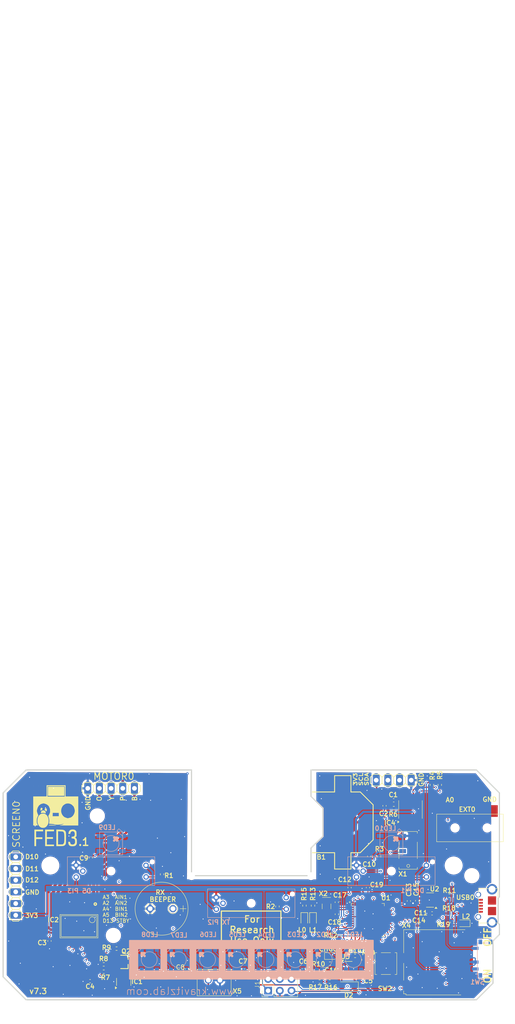
<source format=kicad_pcb>
(kicad_pcb (version 20241229) (generator "pcbnew") (generator_version "9.0")
  (layers (0 "F.Cu" signal) (4 "In1.Cu" signal) (6 "In2.Cu" signal) (2 "B.Cu" signal) (13 "F.Paste" user) (15 "B.Paste" user) (5 "F.SilkS" user "F.Silkscreen") (7 "B.SilkS" user "B.Silkscreen") (1 "F.Mask" user) (3 "B.Mask" user) (25 "Edge.Cuts" user))
  (net 0 "")
  (net 1 "VCC")
  (net 2 "GND")
  (net 3 "Net-(IC4-VDD)")
  (net 4 "Net-(U1-VDDCORE)")
  (net 5 "+3V3")
  (net 6 "/IOs Interface/VCCNEO")
  (net 7 "Net-(U1-PA00{slash}EINT0{slash}SERCOM1.0)")
  (net 8 "Net-(U1-PA01{slash}EINT1{slash}SERCOM1.1)")
  (net 10 "/EN")
  (net 11 "/BLUE")
  (net 12 "/ORANGE")
  (net 13 "/PINK")
  (net 14 "/YELLOW")
  (net 15 "Net-(IC4-XI)")
  (net 16 "Net-(IC4-XO)")
  (net 17 "Net-(LED1-DI)")
  (net 18 "Net-(LED1-DO)")
  (net 19 "Net-(LED2-DO)")
  (net 20 "Net-(LED3-DO)")
  (net 21 "Net-(LED5-DO)")
  (net 22 "Net-(LED6-DO)")
  (net 23 "Net-(LED7-DO)")
  (net 24 "Net-(LED8-DO)")
  (net 25 "Net-(LED10-DI)")
  (net 26 "SCL")
  (net 27 "Net-(PI1-Pad2)")
  (net 28 "Net-(PI2-Pad2)")
  (net 29 "Net-(PI3-Pad2)")
  (net 30 "Net-(CHG0-K)")
  (net 31 "Net-(U3-STAT)")
  (net 32 "Net-(U3-PROG)")
  (net 33 "Net-(L1-K)")
  (net 34 "SDA")
  (net 35 "D11")
  (net 36 "D10")
  (net 50 "VUSB")
  (net 53 "Net-(L0-K)")
  (net 57 "RX")
  (net 58 "A0")
  (net 59 "TX")
  (net 60 "D6")
  (net 61 "D5")
  (net 62 "D13")
  (net 63 "Net-(IC1-P$4)")
  (net 64 "A1")
  (net 65 "Net-(LED4-DO)")
  (net 67 "D12")
  (net 68 "/controler stage/AREF")
  (net 69 "/controler stage/SQW")
  (net 70 "D8")
  (net 71 "~{RESET}")
  (net 72 "/controler stage/SWCLK")
  (net 73 "/controler stage/SWDIO")
  (net 74 "SCK")
  (net 75 "MOSI")
  (net 76 "D7")
  (net 77 "D+")
  (net 79 "D-")
  (net 80 "MISO")
  (net 81 "SD_CS")
  (net 82 "A2")
  (net 83 "A5")
  (net 84 "A4")
  (net 85 "A3")
  (net 86 "D9")
  (net 89 "Net-(IC4-VBAT)")
  (net 97 "Net-(L2-A)")
  (net 98 "Net-(R14-Pad1)")
  (net 99 "VBat")
  (footprint "Button_Switch_SMD:SW_SPST_TL3305B" (layer "F.Cu") (at 177.8 122.125 -90)
    (property "Reference" "SW2")
    (property "Value" "SPST_TACT-KMR2")
  )
  (footprint "Resistor_SMD:R_0402_1005Metric" (layer "F.Cu") (at 165.575168 126.05)
    (property "Reference" "R16")
    (property "Value" "100k")
  )
  (footprint "FED3_v7.3:1X06" (layer "F.Cu") (at 97.2511 105.2536 -90)
    (property "Reference" "SCREEN0")
    (property "Value" "PINHD-1X6")
  )
  (footprint "Capacitor_SMD:C_0402_1005Metric" (layer "F.Cu") (at 167.125 111.39 -90)
    (property "Reference" "C18")
    (property "Value" "22pF")
  )
  (footprint "Capacitor_SMD:C_0402_1005Metric" (layer "F.Cu") (at 167.115 108.775 90)
    (property "Reference" "C17")
    (property "Value" "22pF")
  )
  (footprint "Resistor_SMD:R_0402_1005Metric" (layer "F.Cu") (at 165.65 122.15)
    (property "Reference" "R10")
    (property "Value" "1k")
  )
  (footprint "Crystal:Crystal_SMD_MicroCrystal_CC7V-T1A-2Pin_3.2x1.5mm" (layer "F.Cu") (at 164.885 109.685 -90)
    (property "Reference" "X2")
    (property "Value" "uXtal")
  )
  (footprint "Resistor_SMD:R_0402_1005Metric" (layer "F.Cu") (at 179.52 88.3)
    (property "Reference" "R6")
    (property "Value" "1k")
  )
  (footprint "Resistor_SMD:R_0402_1005Metric" (layer "F.Cu") (at 171.1 120.45 180)
    (property "Reference" "R14")
    (property "Value" "1k")
  )
  (footprint "Capacitor_SMD:C_0402_1005Metric" (layer "F.Cu") (at 174.1555 98.8124 90)
    (property "Reference" "C10")
    (property "Value" "1uF")
  )
  (footprint "Resistor_SMD:R_0402_1005Metric" (layer "F.Cu") (at 163.377668 126.05 180)
    (property "Reference" "R17")
    (property "Value" "100k")
  )
  (footprint "Capacitor_SMD:C_0402_1005Metric" (layer "F.Cu") (at 179.5 86.6 180)
    (property "Reference" "C1")
    (property "Value" "10µF")
  )
  (footprint "FED3_v7.3:CR1220" (layer "F.Cu") (at 168.4151 91.3956 90)
    (property "Reference" "B1")
    (property "Value" "CR1220")
  )
  (footprint "LED_SMD:LED_0603_1608Metric" (layer "F.Cu") (at 194.635 113.36 180)
    (property "Reference" "L2")
    (property "Value" "RED")
  )
  (footprint "Resistor_SMD:R_0402_1005Metric" (layer "F.Cu") (at 191.875 111.2 180)
    (property "Reference" "R18")
    (property "Value" "0R")
  )
  (footprint "LED_SMD:LED_0603_1608Metric" (layer "F.Cu") (at 161.94 112.52 -90)
    (property "Reference" "L1")
    (property "Value" "GREEN")
  )
  (footprint "Resistor_SMD:R_0402_1005Metric" (layer "F.Cu") (at 189.53 83.25 90)
    (property "Reference" "R5")
    (property "Value" "4k7")
  )
  (footprint "Capacitor_SMD:C_0402_1005Metric" (layer "F.Cu") (at 134.5 123.3 90)
    (property "Reference" "C8")
    (property "Value" "1uF")
  )
  (footprint "FED3_v7.3:TSMT3" (layer "F.Cu") (at 120.9 121.7625 -90)
    (property "Reference" "Q2")
    (property "Value" "DMP2035U-7")
  )
  (footprint "Connector_PinHeader_2.54mm:PinHeader_2x03_P2.54mm_Vertical" (layer "F.Cu") (at 152.175 128.015 90)
    (property "Reference" "J1")
    (property "Value" "Conn_06Pins")
  )
  (footprint "Capacitor_SMD:C_0402_1005Metric" (layer "F.Cu") (at 159.95 123.25 90)
    (property "Reference" "C6")
    (property "Value" "1uF")
  )
  (footprint "Capacitor_SMD:C_0402_1005Metric" (layer "F.Cu") (at 104.6 117.2 -90)
    (property "Reference" "C3")
    (property "Value" "10µF")
  )
  (footprint "Resistor_SMD:R_0402_1005Metric" (layer "F.Cu") (at 167.67 116.025 90)
    (property "Reference" "R12")
    (property "Value" "330R")
  )
  (footprint "FED3_v7.3:SSOP24" (layer "F.Cu") (at 111.0111 114.0016 180)
    (property "Reference" "IC2")
    (property "Value" "TB6612FNG")
  )
  (footprint "Package_TO_SOT_SMD:SOT-23-5" (layer "F.Cu") (at 169.662668 123.207836)
    (property "Reference" "U3")
    (property "Value" "MCP73831T")
  )
  (footprint "FED3_v7.3:CRYSTAL_8X3.8" (layer "F.Cu") (at 182.6391 97.4916 -90)
    (property "Reference" "X1")
    (property "Value" "ClockXtal")
  )
  (footprint "Resistor_SMD:R_0402_1005Metric" (layer "F.Cu") (at 116.4 122.3)
    (property "Reference" "R8")
    (property "Value" "4k7")
  )
  (footprint "Package_TO_SOT_SMD:SOT-23-5" (layer "F.Cu") (at 120.75 126.1 90)
    (property "Reference" "IC1")
    (property "Value" "MC74VHC1GT125DBVT1G")
  )
  (footprint "Capacitor_SMD:C_0402_1005Metric" (layer "F.Cu") (at 173.895 105.59 90)
    (property "Reference" "C19")
    (property "Value" "1uF")
  )
  (footprint "FED3_v7.3:MICROSD" (layer "F.Cu") (at 181.77 128.9 90)
    (property "Reference" "X4")
    (property "Value" "microsd")
  )
  (footprint "" (layer "F.Cu") (at 196.5011 103.0036)
    (property "Reference" "@HOLE1" (hide yes))
    (property "Value" "")
  )
  (footprint "Resistor_SMD:R_0402_1005Metric" (layer "F.Cu") (at 160.08 109.52 90)
    (property "Reference" "R15")
    (property "Value" "68R")
  )
  (footprint "Resistor_SMD:R_0402_1005Metric" (layer "F.Cu") (at 191.6 107.35 180)
    (property "Reference" "R11")
    (property "Value" "100k")
  )
  (footprint "LED_SMD:LED_0603_1608Metric" (layer "F.Cu") (at 160.05 112.52 -90)
    (property "Reference" "L0")
    (property "Value" "RED")
  )
  (footprint "Package_SO:SO-8_3.9x4.9mm_P1.27mm" (layer "F.Cu") (at 183.1471 88.6016 90)
    (property "Reference" "IC4")
    (property "Value" "RTC PCF8523T")
  )
  (footprint "Capacitor_SMD:C_0402_1005Metric" (layer "F.Cu") (at 184.6 108.45 90)
    (property "Reference" "C15")
    (property "Value" "1uF")
  )
  (footprint "Capacitor_SMD:C_0402_1005Metric" (layer "F.Cu") (at 146.7 123.3 90)
    (property "Reference" "C7")
    (property "Value" "1uF")
  )
  (footprint "" (layer "F.Cu") (at 161.5011 103.0036)
    (property "Reference" "@HOLE2" (hide yes))
    (property "Value" "")
  )
  (footprint "FED3_v7.3:1X04" (layer "F.Cu") (at 179.5011 82.2256)
    (property "Reference" "AUX_I2C0" (hide yes))
    (property "Value" "DNP")
  )
  (footprint "Capacitor_SMD:C_0402_1005Metric" (layer "F.Cu") (at 113.425 125.95 180)
    (property "Reference" "C4")
    (property "Value" "10µF")
  )
  (footprint "Capacitor_SMD:C_0402_1005Metric" (layer "F.Cu") (at 169.895 105.59 90)
    (property "Reference" "C12")
    (property "Value" "1uF")
  )
  (footprint "Resistor_SMD:R_0402_1005Metric" (layer "F.Cu") (at 161.94 109.52 90)
    (property "Reference" "R13")
    (property "Value" "68R")
  )
  (footprint "" (layer "F.Cu") (at 192.5451 100.7936)
    (property "Reference" "@HOLE4" (hide yes))
    (property "Value" "")
  )
  (footprint "FED3_v7.3:TQFN48_7MM" (layer "F.Cu") (at 173.865 112.64 -90)
    (property "Reference" "U1")
    (property "Value" "ATSAMD21G18A")
  )
  (footprint "" (layer "F.Cu") (at 135.5011 103.0036)
    (property "Reference" "@HOLE2" (hide yes))
    (property "Value" "")
  )
  (footprint "Capacitor_SMD:C_0402_1005Metric" (layer "F.Cu") (at 177.5 87.8 90)
    (property "Reference" "C2")
    (property "Value" "10µF")
  )
  (footprint "Resistor_SMD:R_0402_1005Metric" (layer "F.Cu") (at 192.23 113.19 -90)
    (property "Reference" "R19")
    (property "Value" "68R")
  )
  (footprint "Capacitor_SMD:C_0402_1005Metric" (layer "F.Cu") (at 185.1 113.85)
    (property "Reference" "C14")
    (property "Value" "10µF")
  )
  (footprint "FED3_v7.3:JST-XH-02-PACKAGE-ROUND-PAD" (layer "F.Cu") (at 140.4243 125.7364 180)
    (property "Reference" "X5")
    (property "Value" "JST-XH-02")
  )
  (footprint "Capacitor_SMD:C_0402_1005Metric" (layer "F.Cu") (at 182.8 108.5 90)
    (property "Reference" "C13")
    (property "Value" "10µF")
  )
  (footprint "Resistor_SMD:R_0402_1005Metric" (layer "F.Cu") (at 187.81 83.25 -90)
    (property "Reference" "R4")
    (property "Value" "4k7")
  )
  (footprint "FED3_v7.3:ZX62D-B-5P8" (layer "F.Cu") (at 200.9 109.55 90)
    (property "Reference" "USB0")
    (property "Value" "USB_MICRO_B")
  )
  (footprint "Resistor_SMD:R_0402_1005Metric" (layer "F.Cu") (at 119.19 118.87)
    (property "Reference" "R9")
    (property "Value" "34k")
  )
  (footprint "" (layer "F.Cu") (at 118.5011 116.0036)
    (property "Reference" "@HOLE6" (hide yes))
    (property "Value" "")
  )
  (footprint "Diode_SMD:D_SOD-123F" (layer "F.Cu") (at 169.588968 127.107836 180)
    (property "Reference" "D2")
    (property "Value" "SM5817PL")
  )
  (footprint "Resistor_SMD:R_0402_1005Metric" (layer "F.Cu") (at 129.1 102.7 90)
    (property "Reference" "R1")
    (property "Value" "1k")
  )
  (footprint "Resistor_SMD:R_0402_1005Metric" (layer "F.Cu") (at 176.3091 98.8436 90)
    (property "Reference" "R3")
    (property "Value" "1k")
  )
  (footprint "Capacitor_SMD:C_0402_1005Metric" (layer "F.Cu") (at 187.85 111.2 180)
    (property "Reference" "C11")
    (property "Value" "10µF")
  )
  (footprint "" (layer "F.Cu") (at 104.7881 100.7936)
    (property "Reference" "@HOLE5" (hide yes))
    (property "Value" "")
  )
  (footprint "FED3_v7.3:Buzzer" (layer "F.Cu") (at 128.9846 110.18 180)
    (property "Reference" "BZ1" (hide yes))
    (property "Value" "Buzzer")
  )
  (footprint "Resistor_SMD:R_0402_1005Metric" (layer "F.Cu") (at 172.95 121.3 90)
    (property "Reference" "R20")
    (property "Value" "1k")
  )
  (footprint "FED3_v7.3:1X05" (layer "F.Cu") (at 118.0011 84.0036)
    (property "Reference" "MOTOR0")
    (property "Value" "PINHD-1X5")
  )
  (footprint "Capacitor_SMD:C_0402_1005Metric" (layer "F.Cu") (at 165.615168 124.7 180)
    (property "Reference" "C16")
    (property "Value" "10µF")
  )
  (footprint "Capacitor_SMD:C_0402_1005Metric" (layer "F.Cu") (at 173.5 124.2 -90)
    (property "Reference" "C5")
    (property "Value" "1uF")
  )
  (footprint "Resistor_SMD:R_0402_1005Metric" (layer "F.Cu") (at 154.2 109.7 90)
    (property "Reference" "R2")
    (property "Value" "1k")
  )
  (footprint "Capacitor_SMD:C_0402_1005Metric" (layer "F.Cu") (at 113.6 99.1 -90)
    (property "Reference" "C9")
    (property "Value" "1uF")
  )
  (footprint "Resistor_SMD:R_0402_1005Metric" (layer "F.Cu") (at 116.4 123.9 180)
    (property "Reference" "R7")
    (property "Value" "DNP")
  )
  (footprint "FED3_v7.3:35RASMT2BHNTRX" (layer "F.Cu") (at 199.8443 92.6148 180)
    (property "Reference" "EXT0")
    (property "Value" "STEREO_JACK" (hide yes))
  )
  (footprint "Package_TO_SOT_SMD:SOT-23-5" (layer "F.Cu") (at 187.4 108.3 180)
    (property "Reference" "U2")
    (property "Value" "SPX3819-3.3")
  )
  (footprint "" (layer "F.Cu") (at 115.0011 90.0036)
    (property "Reference" "@HOLE0" (hide yes))
    (property "Value" "")
  )
  (footprint "LED_SMD:LED_0603_1608Metric" (layer "F.Cu") (at 165.925 120.475)
    (property "Reference" "CHG0")
    (property "Value" "RED")
  )
  (footprint "FED3_v7.3:FED_logo" (layer "F.Cu") (at 105.8 90)
    (property "Reference" "G***" (hide yes))
    (property "Value" "LOGO" (hide yes))
  )
  (footprint "FED3_v7.3:WS2812B" (layer "B.Cu") (at 179.0011 96.0004 180)
    (property "Reference" "LED10")
    (property "Value" "RGBLed" (hide yes))
  )
  (footprint "FED3_v7.3:WS2812B" (layer "B.Cu") (at 151.7019 121.266 -90)
    (property "Reference" "LED4")
    (property "Value" "RGBLed" (hide yes))
  )
  (footprint "FED3_v7.3:SSSS811101" (layer "B.Cu") (at 199.45 121.05 -90)
    (property "Reference" "SW1")
    (property "Value" "Sw")
  )
  (footprint "FED3_v7.3:WS2812B" (layer "B.Cu") (at 118.0011 96.0004 180)
    (property "Reference" "LED9")
    (property "Value" "RGBLed" (hide yes))
  )
  (footprint "FED3_v7.3:WS2812B" (layer "B.Cu") (at 126.3019 121.266 -90)
    (property "Reference" "LED8")
    (property "Value" "RGBLed" (hide yes))
  )
  (footprint "FED3_v7.3:WS2812B" (layer "B.Cu") (at 158.0519 121.266 -90)
    (property "Reference" "LED3")
    (property "Value" "RGBLed" (hide yes))
  )
  (footprint "FED3_v7.3:WS2812B" (layer "B.Cu") (at 170.7519 121.266 -90)
    (property "Reference" "LED1")
    (property "Value" "RGBLed" (hide yes))
  )
  (footprint "FED3_v7.3:GP1A57HR" (layer "B.Cu") (at 118.0011 102.0036 180)
    (property "Reference" "PI3" (hide yes))
    (property "Value" "GP1A57HR" (hide yes))
  )
  (footprint "FED3_v7.3:GP1A57HR" (layer "B.Cu") (at 179.0011 102.0036 180)
    (property "Reference" "PI1" (hide yes))
    (property "Value" "GP1A57HR" (hide yes))
  )
  (footprint "FED3_v7.3:GP1A57HR" (layer "B.Cu") (at 148.5011 109.0036 180)
    (property "Reference" "PI2" (hide yes))
    (property "Value" "GP1A57HR" (hide yes))
  )
  (footprint "FED3_v7.3:WS2812B" (layer "B.Cu") (at 164.4019 121.266 -90)
    (property "Reference" "LED2")
    (property "Value" "RGBLed" (hide yes))
  )
  (footprint "FED3_v7.3:WS2812B" (layer "B.Cu") (at 139.0019 121.266 -90)
    (property "Reference" "LED6")
    (property "Value" "RGBLed" (hide yes))
  )
  (footprint "FED3_v7.3:WS2812B" (layer "B.Cu") (at 132.6519 121.266 -90)
    (property "Reference" "LED7")
    (property "Value" "RGBLed" (hide yes))
  )
  (footprint "FED3_v7.3:WS2812B" (layer "B.Cu") (at 145.3519 121.266 -90)
    (property "Reference" "LED5")
    (property "Value" "RGBLed" (hide yes))
  )
  (gr_circle (center 114.5671 109.1756) (end 114.8211 109.1756) (stroke (width 0.254)) (fill no) (layer "F.SilkS"))
  (gr_line (start 154.9531 110.6996) (end 154.9531 118.8276) (stroke (width 0.254)) (layer "F.SilkS"))
  (gr_line (start 141.9991 110.6996) (end 154.9531 110.6996) (stroke (width 0.254)) (layer "F.SilkS"))
  (gr_line (start 141.9991 118.8276) (end 141.9991 110.6996) (stroke (width 0.254)) (layer "F.SilkS"))
  (gr_line (start 154.9531 118.8276) (end 141.9991 118.8276) (stroke (width 0.254)) (layer "F.SilkS"))
  (gr_arc (start 87.48776 74.351613) (mid 87.487765 74.351635) (end 87.48777 74.351657) (stroke (width 0.01)) (layer "F.SilkS"))
  (gr_line (start 156.4136 119.8436) (end 157.0486 120.4786) (stroke (width 0.508)) (layer "B.SilkS"))
  (gr_line (start 137.3636 119.8436) (end 137.9986 120.4786) (stroke (width 0.508)) (layer "B.SilkS"))
  (gr_line (start 169.1136 119.8436) (end 169.7486 119.8436) (stroke (width 0.508)) (layer "B.SilkS"))
  (gr_line (start 162.7636 119.8436) (end 163.3986 120.4786) (stroke (width 0.508)) (layer "B.SilkS"))
  (gr_line (start 169.1136 119.8436) (end 169.7486 120.4786) (stroke (width 0.508)) (layer "B.SilkS"))
  (gr_line (start 162.7636 119.8436) (end 163.3986 119.8436) (stroke (width 0.508)) (layer "B.SilkS"))
  (gr_line (start 124.6636 119.8436) (end 125.2986 120.4786) (stroke (width 0.508)) (layer "B.SilkS"))
  (gr_line (start 119.2915 94.7357) (end 119.2915 95.3707) (stroke (width 0.508)) (layer "B.SilkS"))
  (gr_line (start 180.2515 94.7357) (end 179.6165 95.3707) (stroke (width 0.508)) (layer "B.SilkS"))
  (gr_line (start 156.4136 119.8436) (end 156.4136 120.4786) (stroke (width 0.508)) (layer "B.SilkS"))
  (gr_line (start 143.7136 119.8436) (end 144.3486 120.4786) (stroke (width 0.508)) (layer "B.SilkS"))
  (gr_line (start 131.0136 119.8436) (end 131.0136 120.4786) (stroke (width 0.508)) (layer "B.SilkS"))
  (gr_line (start 137.3636 119.8436) (end 137.3636 120.4786) (stroke (width 0.508)) (layer "B.SilkS"))
  (gr_line (start 150.0636 119.8436) (end 150.6986 120.4786) (stroke (width 0.508)) (layer "B.SilkS"))
  (gr_line (start 180.2515 94.7357) (end 180.2515 95.3707) (stroke (width 0.508)) (layer "B.SilkS"))
  (gr_line (start 131.0136 119.8436) (end 131.6486 120.4786) (stroke (width 0.508)) (layer "B.SilkS"))
  (gr_line (start 169.1136 119.8436) (end 169.1136 120.4786) (stroke (width 0.508)) (layer "B.SilkS"))
  (gr_line (start 119.2915 94.7357) (end 118.6565 95.3707) (stroke (width 0.508)) (layer "B.SilkS"))
  (gr_line (start 137.3636 119.8436) (end 137.9986 119.8436) (stroke (width 0.508)) (layer "B.SilkS"))
  (gr_line (start 143.7136 119.8436) (end 144.3486 119.8436) (stroke (width 0.508)) (layer "B.SilkS"))
  (gr_line (start 156.4136 119.8436) (end 157.0486 119.8436) (stroke (width 0.508)) (layer "B.SilkS"))
  (gr_line (start 162.7636 119.8436) (end 162.7636 120.4786) (stroke (width 0.508)) (layer "B.SilkS"))
  (gr_line (start 150.0636 119.8436) (end 150.0636 120.4786) (stroke (width 0.508)) (layer "B.SilkS"))
  (gr_line (start 124.6636 119.8436) (end 124.6636 120.4786) (stroke (width 0.508)) (layer "B.SilkS"))
  (gr_line (start 119.2915 94.7357) (end 118.6565 94.7357) (stroke (width 0.508)) (layer "B.SilkS"))
  (gr_line (start 150.0636 119.8436) (end 150.6986 119.8436) (stroke (width 0.508)) (layer "B.SilkS"))
  (gr_line (start 131.0136 119.8436) (end 131.6486 119.8436) (stroke (width 0.508)) (layer "B.SilkS"))
  (gr_line (start 143.7136 119.8436) (end 143.7136 120.4786) (stroke (width 0.508)) (layer "B.SilkS"))
  (gr_line (start 124.6636 119.8436) (end 125.2986 119.8436) (stroke (width 0.508)) (layer "B.SilkS"))
  (gr_line (start 180.2515 94.7357) (end 179.6165 94.7357) (stroke (width 0.508)) (layer "B.SilkS"))
  (gr_line (start 201.1011 126.4036) (end 201.1011 117.2036) (stroke (width 0.25)) (layer "Edge.Cuts"))
  (gr_line (start 161.5011 103.0036) (end 135.5011 103.0036) (stroke (width 0.25)) (layer "Edge.Cuts"))
  (gr_line (start 161.5011 80.0036) (end 161.5011 85.7516) (stroke (width 0.25)) (layer "Edge.Cuts"))
  (gr_line (start 161.5011 85.7516) (end 164.0971 88.3476) (stroke (width 0.25)) (layer "Edge.Cuts"))
  (gr_line (start 99.5011 80.0036) (end 94.5011 85.0036) (stroke (width 0.25)) (layer "Edge.Cuts"))
  (gr_line (start 202.2211 107.8836) (end 202.5011 107.6036) (stroke (width 0.25)) (layer "Edge.Cuts"))
  (gr_line (start 202.5011 85.0036) (end 197.5011 80.0036) (stroke (width 0.25)) (layer "Edge.Cuts"))
  (gr_line (start 202.2211 113.3236) (end 202.2211 107.8836) (stroke (width 0.25)) (layer "Edge.Cuts"))
  (gr_line (start 202.5011 107.6036) (end 202.5011 85.0036) (stroke (width 0.25)) (layer "Edge.Cuts"))
  (gr_line (start 161.5011 96.9836) (end 161.5011 103.0036) (stroke (width 0.25)) (layer "Edge.Cuts"))
  (gr_line (start 202.5011 113.6036) (end 202.2211 113.3236) (stroke (width 0.25)) (layer "Edge.Cuts"))
  (gr_line (start 135.5011 103.0036) (end 135.5011 80.0036) (stroke (width 0.25)) (layer "Edge.Cuts"))
  (gr_line (start 94.5011 125.0036) (end 99.5011 130.0036) (stroke (width 0.25)) (layer "Edge.Cuts"))
  (gr_line (start 164.0971 88.3476) (end 164.0971 94.4436) (stroke (width 0.25)) (layer "Edge.Cuts"))
  (gr_line (start 197.5011 130.0036) (end 201.1011 126.4036) (stroke (width 0.25)) (layer "Edge.Cuts"))
  (gr_line (start 197.5011 80.0036) (end 161.5011 80.0036) (stroke (width 0.25)) (layer "Edge.Cuts"))
  (gr_line (start 202.5011 115.8036) (end 202.5011 113.6036) (stroke (width 0.25)) (layer "Edge.Cuts"))
  (gr_line (start 94.5011 85.0036) (end 94.5011 125.0036) (stroke (width 0.25)) (layer "Edge.Cuts"))
  (gr_line (start 99.5011 130.0036) (end 197.5011 130.0036) (stroke (width 0.25)) (layer "Edge.Cuts"))
  (gr_line (start 164.0971 94.4436) (end 161.5011 96.9836) (stroke (width 0.25)) (layer "Edge.Cuts"))
  (gr_line (start 201.1011 117.2036) (end 202.5011 115.8036) (stroke (width 0.25)) (layer "Edge.Cuts"))
  (gr_line (start 135.5011 80.0036) (end 99.5011 80.0036) (stroke (width 0.25)) (layer "Edge.Cuts"))
  (gr_text "BEEPER" (at 126.265 108.745 0) (layer "F.SilkS") (effects (font (size 1 1) (thickness 0.2)) (justify left bottom)))
  (gr_text "SCL" (at 172.85 83.55 90) (layer "F.SilkS") (effects (font (size 0.8 1) (thickness 0.2)) (justify left bottom)))
  (gr_text "Y" (at 118.7 86.734524 90) (layer "F.SilkS") (effects (font (size 1 1) (thickness 0.2)) (justify left bottom)))
  (gr_text "B" (at 123.725 86.877381 90) (layer "F.SilkS") (effects (font (size 1 1) (thickness 0.2)) (justify left bottom)))
  (gr_text "D10" (at 99.2 99.475 0) (layer "F.SilkS") (effects (font (size 1 1) (thickness 0.2)) (justify left bottom)))
  (gr_text "ON" (at 200.81 126.6 90) (layer "F.SilkS") (effects (font (size 1.5 1.5) (thickness 0.3)) (justify left bottom)))
  (gr_text "A3  AIN1\nA2  AIN2\nA4  BIN1\nA5  BIN2\nD13 STBY" (at 116.0911 113.2876 0) (layer "F.SilkS") (effects (font (size 0.8 0.8) (thickness 0.13716)) (justify left bottom)))
  (gr_text "GND" (at 198.725 87 0) (layer "F.SilkS") (effects (font (size 1 1) (thickness 0.2)) (justify left bottom)))
  (gr_text "GND" (at 99.2 107.2 0) (layer "F.SilkS") (effects (font (size 1 1) (thickness 0.2)) (justify left bottom)))
  (gr_text "For\nResearch\nUse Only" (at 148.6485 117.903 0) (layer "F.SilkS") (effects (font (size 1.42494 1.42494) (thickness 0.25146)) (justify bottom)))
  (gr_text "GND" (at 113.575 88.925 90) (layer "F.SilkS") (effects (font (size 1 1) (thickness 0.2)) (justify left bottom)))
  (gr_text "A0" (at 190.7 87.1 0) (layer "F.SilkS") (effects (font (size 1 1) (thickness 0.2)) (justify left bottom)))
  (gr_text "O" (at 116.025 86.925 90) (layer "F.SilkS") (effects (font (size 1 1) (thickness 0.2)) (justify left bottom)))
  (gr_text "3V3" (at 171.62 83.55 90) (layer "F.SilkS") (effects (font (size 0.8 1) (thickness 0.2)) (justify left bottom)))
  (gr_text "RX" (at 127.575 107.225 0) (layer "F.SilkS") (effects (font (size 1 1) (thickness 0.2)) (justify left bottom)))
  (gr_text "P" (at 121.15 86.877381 90) (layer "F.SilkS") (effects (font (size 1 1) (thickness 0.2)) (justify left bottom)))
  (gr_text "D12" (at 99.2 104.525 0) (layer "F.SilkS") (effects (font (size 1 1) (thickness 0.2)) (justify left bottom)))
  (gr_text "3V3" (at 99.2 112.25 0) (layer "F.SilkS") (effects (font (size 1 1) (thickness 0.2)) (justify left bottom)))
  (gr_text "OFF" (at 200.81 118.62 90) (layer "F.SilkS") (effects (font (size 1.5 1.5) (thickness 0.3)) (justify left bottom)))
  (gr_text "SDA" (at 174.08 83.55 90) (layer "F.SilkS") (effects (font (size 0.8 1) (thickness 0.2)) (justify left bottom)))
  (gr_text ".1" (at 110.7 96.628 0) (layer "F.SilkS") (effects (font (size 1.64084 1.64084) (thickness 0.28956)) (justify left bottom)))
  (gr_text "GND" (at 186.1 83.775 90) (layer "F.SilkS") (effects (font (size 1 1) (thickness 0.2)) (justify left bottom)))
  (gr_text "v7.3" (at 100.1 128.85 0) (layer "F.SilkS") (effects (font (size 1.20904 1.20904) (thickness 0.21336)) (justify left bottom)))
  (gr_text "D11" (at 99.2 102.1 0) (layer "F.SilkS") (effects (font (size 1 1) (thickness 0.2)) (justify left bottom)))
  (gr_text "D6 PI1" (at 186.275 106.825 0) (layer "B.SilkS") (effects (font (size 1 1) (thickness 0.2)) (justify left bottom mirror)))
  (gr_text "TX PI2" (at 144.025 113.725 0) (layer "B.SilkS") (effects (font (size 1 1) (thickness 0.2)) (justify left bottom mirror)))
  (gr_text "D5 PI3" (at 113.775 106.925 0) (layer "B.SilkS") (effects (font (size 1 1) (thickness 0.2)) (justify left bottom mirror)))
  (gr_text "www.kravitzlab.com" (at 144.9573 129.0714 0) (layer "B.SilkS") (effects (font (size 1.63576 1.63576) (thickness 0.14224)) (justify left bottom mirror)))
  (segment (start 107.4361 118.575) (end 107.4361 117.4216) (width 0.4) (layer "F.Cu") (net 1))
  (segment (start 188.63 109.3425) (end 188.5375 109.25) (width 0.35) (layer "F.Cu") (net 1))
  (segment (start 158.315 129.235) (end 150.91 129.235) (width 0.3) (layer "F.Cu") (net 1))
  (segment (start 120.75 127.2375) (end 120.75 128.425) (width 0.3) (layer "F.Cu") (net 1))
  (segment (start 119.8 122.8125) (end 119.7 122.7125) (width 0.3) (layer "F.Cu") (net 1))
  (segment (start 186.95 127.65) (end 186 128.6) (width 0.5) (layer "F.Cu") (net 1))
  (segment (start 170.988968 127.107836) (end 169.946804 128.15) (width 0.3) (layer "F.Cu") (net 1))
  (segment (start 119.8 125.25) (end 119.8 124.9625) (width 0.3) (layer "F.Cu") (net 1))
  (segment (start 191.365 111.2) (end 188.63 111.2) (width 0.5) (layer "F.Cu") (net 1))
  (segment (start 192.11 108.64) (end 192.11 107.35) (width 0.22) (layer "F.Cu") (net 1))
  (segment (start 169.946804 128.15) (end 159.4 128.15) (width 0.3) (layer "F.Cu") (net 1))
  (segment (start 188.33 115.84) (end 186.95 117.22) (width 0.5) (layer "F.Cu") (net 1))
  (segment (start 120.75 126.2) (end 119.8 125.25) (width 0.3) (layer "F.Cu") (net 1))
  (segment (start 188.43 111.2) (end 188.33 111.2) (width 0.5) (layer "F.Cu") (net 1))
  (segment (start 114.1 119.525) (end 114.1 124.925) (width 0.6096) (layer "F.Cu") (net 1))
  (segment (start 159.4 128.15) (end 158.315 129.235) (width 0.3) (layer "F.Cu") (net 1))
  (segment (start 186 128.6) (end 175 128.6) (width 0.5) (layer "F.Cu") (net 1))
  (segment (start 107.4361 118.575) (end 107.4361 123.7611) (width 0.6096) (layer "F.Cu") (net 1))
  (segment (start 113.75 124.575) (end 114.1 124.925) (width 0.6096) (layer "F.Cu") (net 1))
  (segment (start 188.63 111.2) (end 188.63 109.3425) (width 0.35) (layer "F.Cu") (net 1))
  (segment (start 150.91 129.235) (end 150.125 128.45) (width 0.3) (layer "F.Cu") (net 1))
  (segment (start 173.507836 127.107836) (end 170.988968 127.107836) (width 0.5) (layer "F.Cu") (net 1))
  (segment (start 108.25 124.575) (end 113.75 124.575) (width 0.6096) (layer "F.Cu") (net 1))
  (segment (start 191.365 109.385) (end 192.11 108.64) (width 0.22) (layer "F.Cu") (net 1))
  (segment (start 186.95 117.22) (end 186.95 127.65) (width 0.5) (layer "F.Cu") (net 1))
  (segment (start 108.0861 117.4216) (end 107.4361 117.4216) (width 0.254) (layer "F.Cu") (net 1))
  (segment (start 119.8 124.9625) (end 119.8 122.8125) (width 0.3) (layer "F.Cu") (net 1))
  (segment (start 114.1 127.85) (end 114.1 124.925) (width 0.3) (layer "F.Cu") (net 1))
  (segment (start 107.4361 123.7611) (end 108.25 124.575) (width 0.6096) (layer "F.Cu") (net 1))
  (segment (start 120.75 126.2) (end 120.75 127.2375) (width 0.3) (layer "F.Cu") (net 1))
  (segment (start 175 128.6) (end 173.507836 127.107836) (width 0.5) (layer "F.Cu") (net 1))
  (segment (start 150.125 128.45) (end 114.7 128.45) (width 0.3) (layer "F.Cu") (net 1))
  (segment (start 188.33 111.2) (end 188.33 115.84) (width 0.5) (layer "F.Cu") (net 1))
  (segment (start 114.5861 119.0389) (end 114.1 119.525) (width 0.6096) (layer "F.Cu") (net 1))
  (segment (start 114.5861 118.5139) (end 114.5861 119.0389) (width 0.6096) (layer "F.Cu") (net 1))
  (segment (start 114.7 128.45) (end 114.1 127.85) (width 0.3) (layer "F.Cu") (net 1))
  (segment (start 191.365 111.2) (end 191.365 109.385) (width 0.22) (layer "F.Cu") (net 1))
  (segment (start 114.5861 118.5139) (end 114.5861 117.4216) (width 0.4) (layer "F.Cu") (net 1))
  (segment (start 114.6205 117.456) (end 114.5861 117.4216) (width 0.254) (layer "F.Cu") (net 1))
  (segment (start 112.6361 109.2861) (end 112.6361 110.5816) (width 0.3) (layer "F.Cu") (net 2))
  (segment (start 173.57 115.41) (end 173.62 115.46) (width 0.22) (layer "F.Cu") (net 2))
  (segment (start 168.115 108.285) (end 168.125 108.275) (width 0.22) (layer "F.Cu") (net 2))
  (segment (start 175.926918 110.39) (end 177.31 110.39) (width 0.22) (layer "F.Cu") (net 2))
  (segment (start 187.25 108.3) (end 188.4875 108.3) (width 0.35) (layer "F.Cu") (net 2))
  (segment (start 159.25 108.975) (end 159.225 108.95) (width 0.22) (layer "F.Cu") (net 2))
  (segment (start 112.895 126) (end 112.945 125.95) (width 0.25) (layer "F.Cu") (net 2))
  (segment (start 111.9 126) (end 112.895 126) (width 0.25) (layer "F.Cu") (net 2))
  (segment (start 170.4325 111.925) (end 171.553333 111.925) (width 0.22) (layer "F.Cu") (net 2))
  (segment (start 186.691186 111.200543) (end 186.691729 111.2) (width 0.22) (layer "F.Cu") (net 2))
  (segment (start 109 108.7) (end 109.3861 109.0861) (width 0.3) (layer "F.Cu") (net 2))
  (segment (start 162.867668 126.05) (end 162 126.05) (width 0.25) (layer "F.Cu") (net 2))
  (segment (start 186.691729 111.2) (end 187.37 111.2) (width 0.22) (layer "F.Cu") (net 2))
  (segment (start 173.04 121.9) (end 172.95 121.81) (width 0.22) (layer "F.Cu") (net 2))
  (segment (start 115.9 122.3) (end 115.2 122.3) (width 0.25) (layer "F.Cu") (net 2))
  (segment (start 166.998986 112.533874) (end 166.998986 111.996014) (width 0.22) (layer "F.Cu") (net 2))
  (segment (start 166.998986 111.996014) (end 167.125 111.87) (width 0.22) (layer "F.Cu") (net 2))
  (segment (start 175.016099 111.300819) (end 175.926918 110.39) (width 0.22) (layer "F.Cu") (net 2))
  (segment (start 173.62 115.46) (end 173.62 116.1125) (width 0.22) (layer "F.Cu") (net 2))
  (segment (start 194.54 115.3) (end 196.21 115.3) (width 0.25) (layer "F.Cu") (net 2))
  (segment (start 167.125 106.975) (end 167.125 108.285) (width 0.22) (layer "F.Cu") (net 2))
  (segment (start 167.125 108.285) (end 167.115 108.295) (width 0.22) (layer "F.Cu") (net 2))
  (segment (start 112.225 108.875) (end 112.6361 109.2861) (width 0.3) (layer "F.Cu") (net 2))
  (segment (start 173.8 121.9) (end 173.04 121.9) (width 0.22) (layer "F.Cu") (net 2))
  (segment (start 171.553333 111.925) (end 171.57 111.908333) (width 0.22) (layer "F.Cu") (net 2))
  (segment (start 121.7 127.2375) (end 122.9625 127.2375) (width 0.25) (layer "F.Cu") (net 2))
  (segment (start 173.207038 115.41) (end 173.57 115.41) (width 0.22) (layer "F.Cu") (net 2))
  (segment (start 190.907836 125.407836) (end 191.367332 125.407836) (width 0.25) (layer "F.Cu") (net 2))
  (segment (start 174.12 110.40472) (end 174.12 109.2) (width 0.22) (layer "F.Cu") (net 2))
  (segment (start 109.3861 109.0861) (end 109.3861 110.5816) (width 0.3) (layer "F.Cu") (net 2))
  (segment (start 160.075 108.975) (end 159.25 108.975) (width 0.22) (layer "F.Cu") (net 2))
  (segment (start 195.4225 113.36) (end 196.53 113.36) (width 0.22) (layer "F.Cu") (net 2))
  (segment (start 117.949566 118.995) (end 118.074566 118.87) (width 0.22) (layer "F.Cu") (net 2))
  (segment (start 162 126.05) (end 161.95 126.1) (width 0.25) (layer "F.Cu") (net 2))
  (segment (start 162.775 108.925) (end 161.985 108.925) (width 0.22) (layer "F.Cu") (net 2))
  (segment (start 165.8 106.975) (end 167.125 106.975) (width 0.22) (layer "F.Cu") (net 2))
  (segment (start 161.985 108.925) (end 161.965 108.945) (width 0.22) (layer "F.Cu") (net 2))
  (segment (start 190.9 125.4) (end 194.325 125.4) (width 0.25) (layer "F.Cu") (net 2))
  (segment (start 194.325 125.4) (end 194.35 125.375) (width 0.25) (layer "F.Cu") (net 2))
  (segment (start 175.016099 111.300819) (end 174.12 110.40472) (width 0.22) (layer "F.Cu") (net 2))
  (segment (start 104.6 117.68) (end 104.6 118.9) (width 0.25) (layer "F.Cu") (net 2))
  (segment (start 167.125 108.285) (end 168.115 108.285) (width 0.22) (layer "F.Cu") (net 2))
  (segment (start 118.074566 118.87) (end 118.68 118.87) (width 0.22) (layer "F.Cu") (net 2))
  (segment (start 195.31 128.5) (end 193.6 128.5) (width 0.22) (layer "F.Cu") (net 2))
  (segment (start 190.9 125.4) (end 190.907836 125.407836) (width 0.25) (layer "F.Cu") (net 2))
  (segment (start 122.9625 127.2375) (end 123 127.2) (width 0.25) (layer "F.Cu") (net 2))
  (segment (start 172.437927 114.640889) (end 173.207038 115.41) (width 0.22) (layer "F.Cu") (net 2))
  (via (at 197.0345 90.526) (size 0.55) (drill 0.21) (layers "F.Cu" "B.Cu") (net 2))
  (via (at 185.7 117.35) (size 0.55) (drill 0.21) (layers "F.Cu" "B.Cu") (net 2))
  (via (at 163.75 86.25) (size 0.55) (drill 0.21) (layers "F.Cu" "B.Cu") (net 2))
  (via (at 162.775 108.925) (size 0.55) (drill 0.21) (layers "F.Cu" "B.Cu") (net 2))
  (via (at 138.025 112.425) (size 0.55) (drill 0.21) (layers "F.Cu" "B.Cu") (net 2))
  (via (at 128.5 122.175) (size 0.55) (drill 0.21) (layers "F.Cu" "B.Cu") (net 2))
  (via (at 117.3 86.6) (size 0.55) (drill 0.21) (layers "F.Cu" "B.Cu") (net 2))
  (via (at 108.825 94.375) (size 0.55) (drill 0.21) (layers "F.Cu" "B.Cu") (net 2))
  (via (at 197.41 124.4) (size 0.55) (drill 0.21) (layers "F.Cu" "B.Cu") (net 2))
  (via (at 178.7 104.025) (size 0.55) (drill 0.21) (layers "F.Cu" "B.Cu") (net 2))
  (via (at 185.7 127.35) (size 0.55) (drill 0.21) (layers "F.Cu" "B.Cu") (net 2))
  (via (at 174.625 126.85) (size 0.55) (drill 0.21) (layers "F.Cu" "B.Cu") (net 2))
  (via (at 110.525 112.9) (size 0.55) (drill 0.21) (layers "F.Cu" "B.Cu") (net 2))
  (via (at 109 108.7) (size 0.55) (drill 0.21) (layers "F.Cu" "B.Cu") (net 2))
  (via (at 187.25 108.3) (size 0.55) (drill 0.21) (layers "F.Cu" "B.Cu") (net 2))
  (via (at 188.975 127.5) (size 0.55) (drill 0.21) (layers "F.Cu" "B.Cu") (net 2))
  (via (at 199.075 126.75) (size 0.55) (drill 0.21) (layers "F.Cu" "B.Cu") (net 2))
  (via (at 162.925 120.9) (size 0.55) (drill 0.21) (layers "F.Cu" "B.Cu") (net 2))
  (via (at 145.3 119.5) (size 0.55) (drill 0.21) (layers "F.Cu" "B.Cu") (net 2))
  (via (at 186.975 106) (size 0.55) (drill 0.21) (layers "F.Cu" "B.Cu") (net 2))
  (via (at 128.0831 94.833) (size 0.55) (drill 0.21) (layers "F.Cu" "B.Cu") (net 2))
  (via (at 194.54 115.3) (size 0.55) (drill 0.21) (layers "F.Cu" "B.Cu") (net 2))
  (via (at 174.925 114.575) (size 0.55) (drill 0.21) (layers "F.Cu" "B.Cu") (net 2))
  (via (at 155.05 112.2) (size 0.6) (drill 0.3) (layers "F.Cu" "B.Cu") (net 2))
  (via (at 114.55 112.05) (size 0.55) (drill 0.21) (layers "F.Cu" "B.Cu") (net 2))
  (via (at 112.075 114.975) (size 0.55) (drill 0.21) (layers "F.Cu" "B.Cu") (net 2))
  (via (at 125.2 125.1) (size 0.55) (drill 0.21) (layers "F.Cu" "B.Cu") (net 2))
  (via (at 145.1 125.8) (size 0.55) (drill 0.21) (layers "F.Cu" "B.Cu") (net 2))
  (via (at 173.15 114.5) (size 0.55) (drill 0.21) (layers "F.Cu" "B.Cu") (net 2))
  (via (at 160.3 129.05) (size 0.55) (drill 0.21) (layers "F.Cu" "B.Cu") (net 2))
  (via (at 112.225 108.875) (size 0.55) (drill 0.21) (layers "F.Cu" "B.Cu") (net 2))
  (via (at 137.4 120.6) (size 0.55) (drill 0.21) (layers "F.Cu" "B.Cu") (net 2))
  (via (at 187.9 89.425) (size 0.55) (drill 0.21) (layers "F.Cu" "B.Cu") (net 2))
  (via (at 161.25 119.5) (size 0.55) (drill 0.21) (layers "F.Cu" "B.Cu") (net 2))
  (via (at 158.6 115) (size 0.6) (drill 0.3) (layers "F.Cu" "B.Cu") (net 2))
  (via (at 184.9 88.45) (size 0.55) (drill 0.21) (layers "F.Cu" "B.Cu") (net 2))
  (via (at 198.425 115.325) (size 0.55) (drill 0.21) (layers "F.Cu" "B.Cu") (net 2))
  (via (at 97.025 86.825) (size 0.55) (drill 0.21) (layers "F.Cu" "B.Cu") (net 2))
  (via (at 193.6 128.5) (size 0.55) (drill 0.21) (layers "F.Cu" "B.Cu") (net 2))
  (via (at 103.725 88.225) (size 0.55) (drill 0.21) (layers "F.Cu" "B.Cu") (net 2))
  (via (at 177.875 123.125) (size 0.55) (drill 0.21) (layers "F.Cu" "B.Cu") (net 2))
  (via (at 179.9519 91.0294) (size 0.55) (drill 0.21) (layers "F.Cu" "B.Cu") (net 2))
  (via (at 184.775 124.4) (size 0.55) (drill 0.21) (layers "F.Cu" "B.Cu") (net 2))
  (via (at 185.95 98.2) (size 0.55) (drill 0.21) (layers "F.Cu" "B.Cu") (net 2))
  (via (at 177.05 95.825) (size 0.55) (drill 0.21) (layers "F.Cu" "B.Cu") (net 2))
  (via (at 112.675 123.25) (size 0.55) (drill 0.21) (layers "F.Cu" "B.Cu") (net 2))
  (via (at 122 98.75) (size 0.55) (drill 0.21) (layers "F.Cu" "B.Cu") (net 2))
  (via (at 182.275 115.4) (size 0.55) (drill 0.21) (layers "F.Cu" "B.Cu") (net 2))
  (via (at 152.7 108.7) (size 0.55) (drill 0.21) (layers "F.Cu" "B.Cu") (net 2))
  (via (at 133.2831 86.4156) (size 0.55) (drill 0.21) (layers "F.Cu" "B.Cu") (net 2))
  (via (at 175.7355 91.0294) (size 0.55) (drill 0.21) (layers "F.Cu" "B.Cu") (net 2))
  (via (at 143.7 112.25) (size 0.55) (drill 0.21) (layers "F.Cu" "B.Cu") (net 2))
  (via (at 158.595 112.335) (size 0.55) (drill 0.21) (layers "F.Cu" "B.Cu") (net 2))
  (via (at 182.3 122.9) (size 0.55) (drill 0.21) (layers "F.Cu" "B.Cu") (net 2))
  (via (at 103.725 98.3) (size 0.55) (drill 0.21) (layers "F.Cu" "B.Cu") (net 2))
  (via (at 166.7 103.7) (size 0.55) (drill 0.21) (layers "F.Cu" "B.Cu") (net 2))
  (via (at 161.125 122.9) (size 0.55) (drill 0.21) (layers "F.Cu" "B.Cu") (net 2))
  (via (at 98.8153 96.7788) (size 0.55) (drill 0.21) (layers "F.Cu" "B.Cu") (net 2))
  (via (at 105.475 83.975) (size 0.55) (drill 0.21) (layers "F.Cu" "B.Cu") (net 2))
  (via (at 129.175 100.975) (size 0.55) (drill 0.21) (layers "F.Cu" "B.Cu") (net 2))
  (via (at 174 96) (size 0.55) (drill 0.21) (layers "F.Cu" "B.Cu") (net 2))
  (via (at 122.225 112.425) (size 0.55) (drill 0.21) (layers "F.Cu" "B.Cu") (net 2))
  (via (at 113.9 129) (size 0.55) (drill 0.21) (layers "F.Cu" "B.Cu") (net 2))
  (via (at 196.34 120.17) (size 0.55) (drill 0.21) (layers "F.Cu" "B.Cu") (net 2))
  (via (at 124.7 120.6) (size 0.55) (drill 0.21) (layers "F.Cu" "B.Cu") (net 2))
  (via (at 169.375 109) (size 0.55) (drill 0.21) (layers "F.Cu" "B.Cu") (net 2))
  (via (at 149.65 120.85) (size 0.55) (drill 0.21) (layers "F.Cu" "B.Cu") (net 2))
  (via (at 194.35 125.375) (size 0.55) (drill 0.21) (layers "F.Cu" "B.Cu") (net 2))
  (via (at 118.575 126.05) (size 0.55) (drill 0.21) (layers "F.Cu" "B.Cu") (net 2))
  (via (at 126.6 86.6) (size 0.55) (drill 0.21) (layers "F.Cu" "B.Cu") (net 2))
  (via (at 167.35 123.225) (size 0.55) (drill 0.21) (layers "F.Cu" "B.Cu") (net 2))
  (via (at 196.325 108.95) (size 0.55) (drill 0.21) (layers "F.Cu" "B.Cu") (net 2))
  (via (at 126.25 80.9) (size 0.55) (drill 0.21) (layers "F.Cu" "B.Cu") (net 2))
  (via (at 132.2 125) (size 0.55) (drill 0.21) (layers "F.Cu" "B.Cu") (net 2))
  (via (at 183.75 118.7) (size 0.55) (drill 0.21) (layers "F.Cu" "B.Cu") (net 2))
  (via (at 134.6 80.8) (size 0.55) (drill 0.21) (layers "F.Cu" "B.Cu") (net 2))
  (via (at 110.775 120) (size 0.55) (drill 0.21) (layers "F.Cu" "B.Cu") (net 2))
  (via (at 133.75 103.05) (size 0.55) (drill 0.21) (layers "F.Cu" "B.Cu") (net 2))
  (via (at 163.4 81.3) (size 0.55) (drill 0.21) (layers "F.Cu" "B.Cu") (net 2))
  (via (at 173.2 110.7) (size 0.55) (drill 0.21) (layers "F.Cu" "B.Cu") (net 2))
  (via (at 197.7991 82.3516) (size 0.55) (drill 0.21) (layers "F.Cu" "B.Cu") (net 2))
  (via (at 119.75 99.75) (size 0.55) (drill 0.21) (layers "F.Cu" "B.Cu") (net 2))
  (via (at 159.225 108.95) (size 0.55) (drill 0.21) (layers "F.Cu" "B.Cu") (net 2))
  (via (at 100.2631 81.5896) (size 0.55) (drill 0.21) (layers "F.Cu" "B.Cu") (net 2))
  (via (at 131.025 106.9) (size 0.55) (drill 0.21) (layers "F.Cu" "B.Cu") (net 2))
  (via (at 111.8 97.9) (size 0.55) (drill 0.21) (layers "F.Cu" "B.Cu") (net 2))
  (via (at 113.325 80.8) (size 0.55) (drill 0.21) (layers "F.Cu" "B.Cu") (net 2))
  (via (at 191 97.2) (size 0.55) (drill 0.21) (layers "F.Cu" "B.Cu") (net 2))
  (via (at 111.9 126) (size 0.55) (drill 0.21) (layers "F.Cu" "B.Cu") (net 2))
  (via (at 131 98) (size 0.55) (drill 0.21) (layers "F.Cu" "B.Cu") (net 2))
  (via (at 128.8 127.2) (size 0.55) (drill 0.21) (layers "F.Cu" "B.Cu") (net 2))
  (via (at 161.95 126.1) (size 0.55) (drill 0.21) (layers "F.Cu" "B.Cu") (net 2))
  (via (at 189.4 119.55) (size 0.55) (drill 0.21) (layers "F.Cu" "B.Cu") (net 2))
  (via (at 152.025 119.475) (size 0.55) (drill 0.21) (layers "F.Cu" "B.Cu") (net 2))
  (via (at 196.53 113.36) (size 0.55) (drill 0.21) (layers "F.Cu" "B.Cu") (net 2))
  (via (at 166.998986 112.533874) (size 0.55) (drill 0.21) (layers "F.Cu" "B.Cu") (net 2))
  (via (at 99.55 105.45) (size 0.55) (drill 0.21) (layers "F.Cu" "B.Cu") (net 2))
  (via (at 124.3 86.4) (size 0.55) (drill 0.21) (layers "F.Cu" "B.Cu") (net 2))
  (via (at 137.3953 109.2458) (size 0.55) (drill 0.21) (layers "F.Cu" "B.Cu") (net 2))
  (via (at 95.7139 117.2214) (size 0.55) (drill 0.21) (layers "F.Cu" "B.Cu") (net 2))
  (via (at 116.6 127.6) (size 0.55) (drill 0.21) (layers "F.Cu" "B.Cu") (net 2))
  (via (at 139 127.775) (size 0.55) (drill 0.21) (layers "F.Cu" "B.Cu") (net 2))
  (via (at 131.1 120.6) (size 0.55) (drill 0.21) (layers "F.Cu" "B.Cu") (net 2))
  (via (at 155.075 122.9) (size 0.55) (drill 0.21) (layers "F.Cu" "B.Cu") (net 2))
  (via (at 119.4 108.4) (size 0.55) (drill 0.21) (layers "F.Cu" "B.Cu") (net 2))
  (via (at 186.8 81.3) (size 0.55) (drill 0.21) (layers "F.Cu" "B.Cu") (net 2))
  (via (at 178.925 107.2) (size 0.55) (drill 0.21) (layers "F.Cu" "B.Cu") (net 2))
  (via (at 148.325 122.475) (size 0.55) (drill 0.21) (layers "F.Cu" "B.Cu") (net 2))
  (via (at 148.55 129.125) (size 0.55) (drill 0.21) (layers "F.Cu" "B.Cu") (net 2))
  (via (at 165.8 106.975) (size 0.55) (drill 0.21) (layers "F.Cu" "B.Cu") (net 2))
  (via (at 133.05 111.55) (size 0.55) (drill 0.21) (layers "F.Cu" "B.Cu") (net 2))
  (via (at 105.4 122.8) (size 0.55) (drill 0.21) (layers "F.Cu" "B.Cu") (net 2))
  (via (at 141.875 122.5) (size 0.55) (drill 0.21) (layers "F.Cu" "B.Cu") (net 2))
  (via (at 154.925 119.475) (size 0.55) (drill 0.21) (layers "F.Cu" "B.Cu") (net 2))
  (via (at 107.6 128.8) (size 0.55) (drill 0.21) (layers "F.Cu" "B.Cu") (net 2))
  (via (at 127.85 114.4) (size 0.55) (drill 0.21) (layers "F.Cu" "B.Cu") (net 2))
  (via (at 174.15 103.275) (size 0.55) (drill 0.21) (layers "F.Cu" "B.Cu") (net 2))
  (via (at 173.475 128.925) (size 0.55) (drill 0.21) (layers "F.Cu" "B.Cu") (net 2))
  (via (at 144.7613 108.5092) (size 0.55) (drill 0.21) (layers "F.Cu" "B.Cu") (net 2))
  (via (at 108 112.3) (size 0.55) (drill 0.21) (layers "F.Cu" "B.Cu") (net 2))
  (via (at 104.6 118.9) (size 0.55) (drill 0.21) (layers "F.Cu" "B.Cu") (net 2))
  (via (at 122.1 107.9) (size 0.55) (drill 0.21) (layers "F.Cu" "B.Cu") (net 2))
  (via (at 111.6931 87.0506) (size 0.55) (drill 0.21) (layers "F.Cu" "B.Cu") (net 2))
  (via (at 123 127.2) (size 0.55) (drill 0.21) (layers "F.Cu" "B.Cu") (net 2))
  (via (at 192.66 117.6) (size 0.55) (drill 0.21) (layers "F.Cu" "B.Cu") (net 2))
  (via (at 101.725 110.225) (size 0.55) (drill 0.21) (layers "F.Cu" "B.Cu") (net 2))
  (via (at 186.691186 111.200543) (size 0.55) (drill 0.21) (layers "F.Cu" "B.Cu") (net 2))
  (via (at 114.4 115.2) (size 0.55) (drill 0.21) (layers "F.Cu" "B.Cu") (net 2))
  (via (at 145.425 129.125) (size 0.55) (drill 0.21) (layers "F.Cu" "B.Cu") (net 2))
  (via (at 117.9 109.9) (size 0.55) (drill 0.21) (layers "F.Cu" "B.Cu") (net 2))
  (via (at 134.625 121.45) (size 0.55) (drill 0.21) (layers "F.Cu" "B.Cu") (net 2))
  (via (at 189.95 115.2) (size 0.55) (drill 0.21) (layers "F.Cu" "B.Cu") (net 2))
  (via (at 157.725 121.875) (size 0.55) (drill 0.21) (layers "F.Cu" "B.Cu") (net 2))
  (via (at 111.6931 91.4956) (size 0.55) (drill 0.21) (layers "F.Cu" "B.Cu") (net 2))
  (via (at 184.9695 93.1422) (size 0.55) (drill 0.21) (layers "F.Cu" "B.Cu") (net 2))
  (via (at 115.2 122.3) (size 0.55) (drill 0.21) (layers "F.Cu" "B.Cu") (net 2))
  (via (at 97.9771 126.5476) (size 0.55) (drill 0.21) (layers "F.Cu" "B.Cu") (net 2))
  (via (at 134 94.5) (size 0.55) (drill 0.21) (layers "F.Cu" "B.Cu") (net 2))
  (via (at 117 113.8) (size 0.55) (drill 0.21) (layers "F.Cu" "B.Cu") (net 2))
  (via (at 121.3 86.6) (size 0.55) (drill 0.21) (layers "F.Cu" "B.Cu") (net 2))
  (via (at 109.05 122.525) (size 0.55) (drill 0.21) (layers "F.Cu" "B.Cu") (net 2))
  (via (at 95.6911 94.2896) (size 0.55) (drill 0.21) (layers "F.Cu" "B.Cu") (net 2))
  (via (at 163.5 96.5) (size 0.55) (drill 0.21) (layers "F.Cu" "B.Cu") (net 2))
  (via (at 98.2539 122.0474) (size 0.55) (drill 0.21) (layers "F.Cu" "B.Cu") (net 2))
  (via (at 175.016099 111.300819) (size 0.55) (drill 0.21) (layers "F.Cu" "B.Cu") (net 2))
  (via (at 173.8 121.9) (size 0.55) (drill 0.21) (layers "F.Cu" "B.Cu") (net 2))
  (via (at 115.95 103.1) (size 0.55) (drill 0.21) (layers "F.Cu" "B.Cu") (net 2))
  (via (at 149.875 125.65) (size 0.55) (drill 0.21) (layers "F.Cu" "B.Cu") (net 2))
  (via (at 200.15 99.975) (size 0.55) (drill 0.21) (layers "F.Cu" "B.Cu") (net 2))
  (via (at 174.725 124.725) (size 0.55) (drill 0.21) (layers "F.Cu" "B.Cu") (net 2))
  (via (at 176.9039 84.1714) (size 0.55) (drill 0.21) (layers "F.Cu" "B.Cu") (net 2))
  (via (at 173.6919 84.4554) (size 0.55) (drill 0.21) (layers "F.Cu" "B.Cu") (net 2))
  (via (at 117.949566 118.995) (size 0.55) (drill 0.21) (layers "F.Cu" "B.Cu") (net 2))
  (via (at 170.775 123.25) (size 0.55) (drill 0.21) (layers "F.Cu" "B.Cu") (net 2))
  (via (at 163.5091 102.6716) (size 0.55) (drill 0.21) (layers "F.Cu" "B.Cu") (net 2))
  (via (at 190.9 125.4) (size 0.55) (drill 0.21) (layers "F.Cu" "B.Cu") (net 2))
  (via (at 101.475 92.175) (size 0.55) (drill 0.21) (layers "F.Cu" "B.Cu") (net 2))
  (segment (start 197.25 121) (end 197.123303 120.873303) (width 0.25) (layer "B.Cu") (net 2))
  (segment (start 197.123303 120.873303) (end 195.74 120.873303) (width 0.25) (layer "B.Cu") (net 2))
  (segment (start 197.25 122.25) (end 197 122.5) (width 0.25) (layer "B.Cu") (net 2))
  (segment (start 197.25 121.8) (end 197.25 121) (width 0.25) (layer "B.Cu") (net 2))
  (segment (start 197.25 121.8) (end 197.25 122.25) (width 0.25) (layer "B.Cu") (net 2))
  (segment (start 197 122.5) (end 195.75 122.5) (width 0.25) (layer "B.Cu") (net 2))
  (segment (start 181.2421 86.6516) (end 180.0316 86.6516) (width 0.3048) (layer "F.Cu") (net 3))
  (segment (start 180.0316 86.6516) (end 179.98 86.6) (width 0.3048) (layer "F.Cu") (net 3))
  (segment (start 181.2421 86.0266) (end 181.2421 86.6516) (width 0.3048) (layer "F.Cu") (net 3))
  (segment (start 180.03 86.65) (end 179.98 86.6) (width 0.22) (layer "F.Cu") (net 3))
  (segment (start 180.03 88.3) (end 180.03 86.65) (width 0.22) (layer "F.Cu") (net 3))
  (segment (start 173.615 109.2025) (end 173.615 108.645) (width 0.22) (layer "F.Cu") (net 4))
  (segment (start 173.615 108.645) (end 173.895 108.365) (width 0.22) (layer "F.Cu") (net 4))
  (segment (start 173.895 108.365) (end 173.895 106.07) (width 0.22) (layer "F.Cu") (net 4))
  (segment (start 172.625 105.775) (end 172.625 106.325) (width 0.25) (layer "F.Cu") (net 5))
  (segment (start 187.81 82.74) (end 189.53 82.74) (width 0.254) (layer "F.Cu") (net 5))
  (segment (start 111.9861 117.4216) (end 111.9861 116.0336) (width 0.25) (layer "F.Cu") (net 5))
  (segment (start 178.06 109.89) (end 177.34 109.89) (width 0.22) (layer "F.Cu") (net 5))
  (segment (start 186.7456 82.74) (end 187.81 82.74) (width 0.254) (layer "F.Cu") (net 5))
  (segment (start 184.6 115.1) (end 184.6 114.6) (width 0.22) (layer "F.Cu") (net 5))
  (segment (start 178.9325 109.18) (end 178.2225 109.89) (width 0.25) (layer "F.Cu") (net 5))
  (segment (start 184.28 109) (end 184.35 108.93) (width 0.3) (layer "F.Cu") (net 5))
  (segment (start 192.23 112.68) (end 192.23 112.26) (width 0.22) (layer "F.Cu") (net 5))
  (segment (start 104.6 116.72) (end 105.68 116.72) (width 0.25) (layer "F.Cu") (net 5))
  (segment (start 105.68 116.72) (end 106.3664 116.0336) (width 0.25) (layer "F.Cu") (net 5))
  (segment (start 175.7811 82.3156) (end 175.6911 82.2256) (width 0.3) (layer "F.Cu") (net 5))
  (segment (start 192.81 123.2) (end 190.5 123.2) (width 0.25) (layer "F.Cu") (net 5))
  (segment (start 173.4 117.299813) (end 173.4 117.255) (width 0.22) (layer "F.Cu") (net 5))
  (segment (start 177.8 90.5) (end 177.5 90.2) (width 0.3) (layer "F.Cu") (net 5))
  (segment (start 182.6 109.18) (end 178.9325 109.18) (width 0.25) (layer "F.Cu") (net 5))
  (segment (start 115.89 123.9) (end 115.89 124.535) (width 0.22) (layer "F.Cu") (net 5))
  (segment (start 172.625 106.325) (end 173.4 107.1) (width 0.25) (layer "F.Cu") (net 5))
  (segment (start 184.6 114.6) (end 184.62 114.58) (width 0.22) (layer "F.Cu") (net 5))
  (segment (start 173.12 116.975) (end 173.12 116.1125) (width 0.22) (layer "F.Cu") (net 5))
  (segment (start 113.9361 116.4186) (end 113.5511 116.0336) (width 0.25) (layer "F.Cu") (net 5))
  (segment (start 183.7 109) (end 184.28 109) (width 0.25) (layer "F.Cu") (net 5))
  (segment (start 178.2225 109.89) (end 178.06 109.89) (width 0.25) (layer "F.Cu") (net 5))
  (segment (start 184.92 109.25) (end 186.2625 109.25) (width 0.22) (layer "F.Cu") (net 5))
  (segment (start 168.428898 112.39) (end 170.39 112.39) (width 0.25) (layer "F.Cu") (net 5))
  (segment (start 108.7361 116.0336) (end 108.7361 117.4216) (width 0.25) (layer "F.Cu") (net 5))
  (segment (start 184.6 108.93) (end 184.92 109.25) (width 0.22) (layer "F.Cu") (net 5))
  (segment (start 182.95 108.93) (end 183.02 109) (width 0.3) (layer "F.Cu") (net 5))
  (segment (start 183.02 109) (end 184.28 109) (width 0.3) (layer "F.Cu") (net 5))
  (segment (start 190.5 123.2) (end 189.6 123.2) (width 0.25) (layer "F.Cu") (net 5))
  (segment (start 173.4 107.1) (end 173.4 108.05) (width 0.25) (layer "F.Cu") (net 5))
  (segment (start 182.8 108.98) (end 182.6 109.18) (width 0.25) (layer "F.Cu") (net 5))
  (segment (start 177.5 90.2) (end 177.5 88.28) (width 0.3) (layer "F.Cu") (net 5))
  (segment (start 173.12 108.33) (end 173.12 109.2375) (width 0.25) (layer "F.Cu") (net 5))
  (segment (start 192.23 112.26) (end 192.23 112.07) (width 0.22) (layer "F.Cu") (net 5))
  (segment (start 104.65 116) (end 104.65 116.67) (width 0.25) (layer "F.Cu") (net 5))
  (segment (start 177.5 88.28) (end 178.99 88.28) (width 0.3) (layer "F.Cu") (net 5))
  (segment (start 168.12 112.081102) (end 168.428898 112.39) (width 0.25) (layer "F.Cu") (net 5))
  (segment (start 106.3664 116.0336) (end 111.9861 116.0336) (width 0.25) (layer "F.Cu") (net 5))
  (segment (start 177.5 88.28) (end 176.38 88.28) (width 0.3) (layer "F.Cu") (net 5))
  (segment (start 173.4 108.05) (end 173.12 108.33) (width 0.25) (layer "F.Cu") (net 5))
  (segment (start 175.7811 87.6811) (end 175.7811 82.3156) (width 0.3) (layer "F.Cu") (net 5))
  (segment (start 115.89 124.535) (end 115.65 124.775) (width 0.22) (layer "F.Cu") (net 5))
  (segment (start 176.38 88.28) (end 175.7811 87.6811) (width 0.3) (layer "F.Cu") (net 5))
  (segment (start 178.99 88.28) (end 179.01 88.3) (width 0.3) (layer "F.Cu") (net 5))
  (segment (start 184.35 108.93) (end 184.6 108.93) (width 0.3) (layer "F.Cu") (net 5))
  (segment (start 184.62 114.58) (end 184.62 113.85) (width 0.22) (layer "F.Cu") (net 5))
  (segment (start 104.65 116.67) (end 104.6 116.72) (width 0.25) (layer "F.Cu") (net 5))
  (segment (start 156.1 107.7625) (end 156.1011 107.7636) (width 0.508) (layer "F.Cu") (net 5))
  (segment (start 173.4 117.255) (end 173.12 116.975) (width 0.22) (layer "F.Cu") (net 5))
  (segment (start 113.9361 117.4216) (end 113.9361 116.4186) (width 0.25) (layer "F.Cu") (net 5))
  (segment (start 113.5511 116.0336) (end 111.9861 116.0336) (width 0.25) (layer "F.Cu") (net 5))
  (via (at 183.7 109) (size 0.7) (drill 0.35) (layers "F.Cu" "B.Cu") (net 5))
  (via (at 174.8 106) (size 0.55) (drill 0.21) (layers "F.Cu" "B.Cu") (net 5))
  (via (at 184.625 104.375) (size 0.55) (drill 0.21) (layers "F.Cu" "B.Cu") (net 5))
  (via (at 116.65 105.9) (size 0.55) (drill 0.21) (layers "F.Cu" "B.Cu") (net 5))
  (via (at 177.8 90.5) (size 0.55) (drill 0.21) (layers "F.Cu" "B.Cu") (net 5))
  (via (at 184.6 115.1) (size 0.55) (drill 0.21) (layers "F.Cu" "B.Cu") (net 5))
  (via (at 192.23 112.07) (size 0.55) (drill 0.21) (layers "F.Cu" "B.Cu") (net 5))
  (via (at 104.65 116) (size 0.55) (drill 0.21) (layers "F.Cu" "B.Cu") (net 5))
  (via (at 168.12 112.081102) (size 0.55) (drill 0.21) (layers "F.Cu" "B.Cu") (net 5))
  (via (at 181.9 109.18) (size 0.7) (drill 0.35) (layers "F.Cu" "B.Cu") (net 5))
  (via (at 173.4 117.299813) (size 0.55) (drill 0.21) (layers "F.Cu" "B.Cu") (net 5))
  (via (at 186.6456 82.84) (size 0.55) (drill 0.21) (layers "F.Cu" "B.Cu") (net 5))
  (via (at 190.525 123.2) (size 0.55) (drill 0.21) (layers "F.Cu" "B.Cu") (net 5))
  (via (at 115.65 124.775) (size 0.55) (drill 0.21) (layers "F.Cu" "B.Cu") (net 5))
  (via (at 172.625 105.775) (size 0.55) (drill 0.21) (layers "F.Cu" "B.Cu") (net 5))
  (via (at 189.625 123.2) (size 0.55) (drill 0.21) (layers "F.Cu" "B.Cu") (net 5))
  (via (at 192.2 104.8) (size 0.55) (drill 0.21) (layers "F.Cu" "B.Cu") (net 5))
  (segment (start 156.1 105.5) (end 156.1 107.7625) (width 0.508) (layer "B.Cu") (net 5))
  (segment (start 127.05 102.2125) (end 127.05 105.6) (width 0.508) (layer "B.Cu") (net 5))
  (segment (start 186.6011 98.7989) (end 186.6011 100.7636) (width 0.254) (layer "B.Cu") (net 5))
  (segment (start 192.2 104.8) (end 192.23 104.83) (width 0.22) (layer "B.Cu") (net 5))
  (segment (start 150.925 123.575) (end 151.275 123.225) (width 0.25) (layer "B.Cu") (net 5))
  (segment (start 110.4311 103.3336) (end 110.4311 105.4) (width 0.3) (layer "B.Cu") (net 5))
  (segment (start 150.925 126.7) (end 150.925 123.575) (width 0.25) (layer "B.Cu") (net 5))
  (segment (start 140.9011 110.3036) (end 140.5377 110.3036) (width 0.254) (layer "B.Cu") (net 5))
  (segment (start 104.65 116) (end 104.7 115.95) (width 0.25) (layer "B.Cu") (net 5))
  (segment (start 184.6 108.1) (end 184.6 104.4) (width 0.25) (layer "B.Cu") (net 5))
  (segment (start 177.8 105.45) (end 178.15 105.8) (width 0.3) (layer "B.Cu") (net 5))
  (segment (start 151.275 123.225) (end 151.275 106.175) (width 0.25) (layer "B.Cu") (net 5))
  (segment (start 184.6 115.1) (end 184.6 109.9) (width 0.25) (layer "B.Cu") (net 5))
  (segment (start 186.6011 100.7636) (end 184.625 102.7397) (width 0.508) (layer "B.Cu") (net 5))
  (segment (start 152.315 128.09) (end 150.925 126.7) (width 0.25) (layer "B.Cu") (net 5))
  (segment (start 171.3175 105.3175) (end 171.3175 103.525) (width 0.254) (layer "B.Cu") (net 5))
  (segment (start 104 111.1) (end 103.6 111.5) (width 0.3) (layer "B.Cu") (net 5))
  (segment (start 110.4011 103.3036) (end 110.4311 103.3336) (width 0.508) (layer "B.Cu") (net 5))
  (segment (start 103.6 111.5) (end 97.3547 111.5) (width 0.3) (layer "B.Cu") (net 5))
  (segment (start 184.625 102.7397) (end 184.625 104.375) (width 0.508) (layer "B.Cu") (net 5))
  (segment (start 104 105.8) (end 104 111.1) (width 0.3) (layer "B.Cu") (net 5))
  (segment (start 104.7 105.9) (end 104.6 105.8) (width 0.25) (layer "B.Cu") (net 5))
  (segment (start 184.6 121.75) (end 186.05 123.2) (width 0.25) (layer "B.Cu") (net 5))
  (segment (start 186.05 123.2) (end 190.5 123.2) (width 0.25) (layer "B.Cu") (net 5))
  (segment (start 138.8 105.5) (end 138.8 108.5659) (width 0.508) (layer "B.Cu") (net 5))
  (segment (start 97.3547 111.5) (end 97.2511 111.6036) (width 0.3) (layer "B.Cu") (net 5))
  (segment (start 183.7 109) (end 184.6 108.1) (width 0.25) (layer "B.Cu") (net 5))
  (segment (start 171.65 105.65) (end 171.3175 105.3175) (width 0.254) (layer "B.Cu") (net 5))
  (segment (start 151.275 106.175) (end 151.65 105.8) (width 0.25) (layer "B.Cu") (net 5))
  (segment (start 177.8 90.5) (end 177.8 105.45) (width 0.3) (layer "B.Cu") (net 5))
  (segment (start 110.4015 103.3336) (end 110.5031 103.3336) (width 0.508) (layer "B.Cu") (net 5))
  (segment (start 186.6 98.7978) (end 186.6011 98.7989) (width 0.254) (layer "B.Cu") (net 5))
  (segment (start 186.6 82.8856) (end 186.6 98.7978) (width 0.254) (layer "B.Cu") (net 5))
  (segment (start 125.6011 100.7636) (end 127.05 102.2125) (width 0.508) (layer "B.Cu") (net 5))
  (segment (start 184.6 115.1) (end 184.6 121.75) (width 0.25) (layer "B.Cu") (net 5))
  (segment (start 184.6 104.4) (end 184.625 104.375) (width 0.25) (layer "B.Cu") (net 5))
  (segment (start 104.7 115.95) (end 104.7 105.9) (width 0.25) (layer "B.Cu") (net 5))
  (segment (start 152.445 128.09) (end 152.315 128.09) (width 0.25) (layer "B.Cu") (net 5))
  (segment (start 184.6 109.9) (end 183.7 109) (width 0.25) (layer "B.Cu") (net 5))
  (segment (start 186.6456 82.84) (end 186.6 82.8856) (width 0.254) (layer "B.Cu") (net 5))
  (segment (start 192.23 104.83) (end 192.23 112.07) (width 0.22) (layer "B.Cu") (net 5))
  (segment (start 110.5031 103.3336) (end 110.4311 103.3336) (width 0.4064) (layer "B.Cu") (net 5))
  (segment (start 168.12 112.081102) (end 168.12 105.8) (width 0.25) (layer "B.Cu") (net 5))
  (segment (start 138.8 108.5659) (end 140.5377 110.3036) (width 0.508) (layer "B.Cu") (net 5))
  (segment (start 135.5 123.716) (end 135.5748 123.7908) (width 0.508) (layer "F.Cu") (net 6))
  (segment (start 173.988 123.716) (end 174.3 123.716) (width 0.22) (layer "F.Cu") (net 6))
  (segment (start 135.5748 123.7908) (end 139.3908 123.7908) (width 0.508) (layer "F.Cu") (net 6))
  (segment (start 145.3773 123.7908) (end 145.4027 123.8162) (width 0.508) (layer "F.Cu") (net 6))
  (segment (start 174.3 123.716) (end 173.504 123.716) (width 0.22) (layer "F.Cu") (net 6))
  (segment (start 114.5 98.62) (end 113.6 98.62) (width 0.4064) (layer "F.Cu") (net 6))
  (segment (start 158.1027 123.8162) (end 152.1591 123.8162) (width 0.508) (layer "F.Cu") (net 6))
  (segment (start 122.1 121.7625) (end 122.1 122.8) (width 0.508) (layer "F.Cu") (net 6))
  (segment (start 175.2 99.4) (end 175.0924 99.2924) (width 0.4064) (layer "F.Cu") (net 6))
  (segment (start 121.95 121.6125) (end 122.1 121.7625) (width 0.508) (layer "F.Cu") (net 6))
  (segment (start 139.3908 123.7908) (end 139.4 123.8) (width 0.508) (layer "F.Cu") (net 6))
  (segment (start 121.95 120.55) (end 121.95 121.6125) (width 0.508) (layer "F.Cu") (net 6))
  (segment (start 122.1 122.8) (end 123.1 123.8) (width 0.508) (layer "F.Cu") (net 6))
  (segment (start 164.4 123.8416) (end 158.1281 123.8416) (width 0.508) (layer "F.Cu") (net 6))
  (segment (start 139.4 123.8) (end 139.4092 123.7908) (width 0.508) (layer "F.Cu") (net 6))
  (segment (start 123.1 123.8) (end 129.4 123.8) (width 0.508) (layer "F.Cu") (net 6))
  (segment (start 135.416 123.8) (end 129.4 123.8) (width 0.508) (layer "F.Cu") (net 6))
  (segment (start 158.1281 123.8416) (end 158.1027 123.8162) (width 0.508) (layer "F.Cu") (net 6))
  (segment (start 135.5 123.716) (end 135.416 123.8) (width 0.508) (layer "F.Cu") (net 6))
  (segment (start 175.0924 99.2924) (end 174.1555 99.2924) (width 0.4064) (layer "F.Cu") (net 6))
  (segment (start 145.4027 123.8162) (end 148.0951 123.8162) (width 0.508) (layer "F.Cu") (net 6))
  (segment (start 173.504 123.716) (end 173.5 123.72) (width 0.22) (layer "F.Cu") (net 6))
  (segment (start 139.4092 123.7908) (end 145.3773 123.7908) (width 0.508) (layer "F.Cu") (net 6))
  (segment (start 152.1591 123.8162) (end 148.0951 123.8162) (width 0.508) (layer "F.Cu") (net 6))
  (via (at 152.1591 123.8162) (size 0.55) (drill 0.21) (layers "F.Cu" "B.Cu") (net 6))
  (via (at 114.5 98.62) (size 0.55) (drill 0.21) (layers "F.Cu" "B.Cu") (net 6))
  (via (at 148.0951 123.8162) (size 0.55) (drill 0.21) (layers "F.Cu" "B.Cu") (net 6))
  (via (at 135.5 123.716) (size 0.55) (drill 0.21) (layers "F.Cu" "B.Cu") (net 6))
  (via (at 139.4 123.8) (size 0.55) (drill 0.21) (layers "F.Cu" "B.Cu") (net 6))
  (via (at 121.95 120.55) (size 0.55) (drill 0.21) (layers "F.Cu" "B.Cu") (net 6))
  (via (at 164.4 123.8416) (size 0.55) (drill 0.21) (layers "F.Cu" "B.Cu") (net 6))
  (via (at 129.4 123.8) (size 0.55) (drill 0.21) (layers "F.Cu" "B.Cu") (net 6))
  (via (at 175.2 99.4) (size 0.55) (drill 0.21) (layers "F.Cu" "B.Cu") (net 6))
  (via (at 161.2 123.85) (size 0.55) (drill 0.21) (layers "F.Cu" "B.Cu") (net 6))
  (via (at 174.3 123.716) (size 0.55) (drill 0.21) (layers "F.Cu" "B.Cu") (net 6))
  (segment (start 139.484 123.716) (end 140.6519 123.716) (width 0.4064) (layer "B.Cu") (net 6))
  (segment (start 164.4 123.8416) (end 166.1775 123.8416) (width 0.508) (layer "B.Cu") (net 6))
  (segment (start 152.5133 123.716) (end 152.1591 123.8162) (width 0.4064) (layer "B.Cu") (net 6))
  (segment (start 176.2496 97.6504) (end 176.5511 97.6504) (width 0.4064) (layer "B.Cu") (net 6))
  (segment (start 166.1775 123.8416) (end 167.6359 125.3) (width 0.508) (layer "B.Cu") (net 6))
  (segment (start 175.2 99.4) (end 175.2 98.7) (width 0.4064) (layer "B.Cu") (net 6))
  (segment (start 147.9949 123.716) (end 148.0951 123.8162) (width 0.4064) (layer "B.Cu") (net 6))
  (segment (start 159.8359 123.85) (end 161.2 123.85) (width 0.4064) (layer "B.Cu") (net 6))
  (segment (start 114.5 98.62) (end 114.5815 98.62) (width 0.4064) (layer "B.Cu") (net 6))
  (segment (start 129.4 123.8) (end 128.0359 123.8) (width 0.4064) (layer "B.Cu") (net 6))
  (segment (start 139.4 123.8) (end 139.484 123.716) (width 0.4064) (layer "B.Cu") (net 6))
  (segment (start 135.5 123.716) (end 134.3019 123.716) (width 0.4064) (layer "B.Cu") (net 6))
  (segment (start 114.5815 98.62) (end 115.5511 97.6504) (width 0.4064) (layer "B.Cu") (net 6))
  (segment (start 153.3519 123.716) (end 152.5133 123.716) (width 0.4064) (layer "B.Cu") (net 6))
  (segment (start 171.3 125.3) (end 172.4019 124.1981) (width 0.508) (layer "B.Cu") (net 6))
  (segment (start 172.4019 124.1981) (end 172.4019 123.716) (width 0.508) (layer "B.Cu") (net 6))
  (segment (start 166.1775 123.8416) (end 166.0519 123.716) (width 0.4064) (layer "B.Cu") (net 6))
  (segment (start 171.3 125.3) (end 167.6359 125.3) (width 0.508) (layer "B.Cu") (net 6))
  (segment (start 159.7019 123.716) (end 159.8359 123.85) (width 0.4064) (layer "B.Cu") (net 6))
  (segment (start 147.0019 123.716) (end 147.9949 123.716) (width 0.4064) (layer "B.Cu") (net 6))
  (segment (start 174.3 123.716) (end 172.4019 123.716) (width 0.4064) (layer "B.Cu") (net 6))
  (segment (start 128.0359 123.8) (end 127.9519 123.716) (width 0.4064) (layer "B.Cu") (net 6))
  (segment (start 175.2 98.7) (end 176.2496 97.6504) (width 0.4064) (layer "B.Cu") (net 6))
  (segment (start 165.165 108.715) (end 164.885 108.435) (width 0.22) (layer "F.Cu") (net 7))
  (segment (start 170.4275 109.89) (end 167.75 109.89) (width 0.22) (layer "F.Cu") (net 7))
  (segment (start 165.975 108.715) (end 165.165 108.715) (width 0.22) (layer "F.Cu") (net 7))
  (segment (start 167.75 109.89) (end 167.115 109.255) (width 0.22) (layer "F.Cu") (net 7))
  (segment (start 166.515 109.255) (end 165.975 108.715) (width 0.22) (layer "F.Cu") (net 7))
  (segment (start 167.115 109.255) (end 166.515 109.255) (width 0.22) (layer "F.Cu") (net 7))
  (segment (start 164.885 111.205) (end 165.18 110.91) (width 0.22) (layer "F.Cu") (net 8))
  (segment (start 167.125 110.91) (end 167.645 110.39) (width 0.22) (layer "F.Cu") (net 8))
  (segment (start 167.645 110.39) (end 170.4275 110.39) (width 0.22) (layer "F.Cu") (net 8))
  (segment (start 165.18 110.91) (end 167.125 110.91) (width 0.22) (layer "F.Cu") (net 8))
  (segment (start 188.5375 107.35) (end 191.09 107.35) (width 0.22) (layer "F.Cu") (net 10))
  (segment (start 190.7 108.15) (end 190.7 107.74) (width 0.23) (layer "F.Cu") (net 10))
  (segment (start 190.7 107.74) (end 191.09 107.35) (width 0.23) (layer "F.Cu") (net 10))
  (via (at 190.7 108.15) (size 0.55) (drill 0.21) (layers "F.Cu" "B.Cu") (net 10))
  (segment (start 190.7 108.15) (end 191.1 108.55) (width 0.23) (layer "B.Cu") (net 10))
  (segment (start 191.1 108.55) (end 191.1 117.95) (width 0.23) (layer "B.Cu") (net 10))
  (segment (start 191.95 118.8) (end 197.25 118.8) (width 0.23) (layer "B.Cu") (net 10))
  (segment (start 191.1 117.95) (end 191.95 118.8) (width 0.23) (layer "B.Cu") (net 10))
  (segment (start 113.4 106.4) (end 112.3 107.5) (width 0.508) (layer "F.Cu") (net 11))
  (segment (start 107.4361 108.4639) (end 107.4361 110.5816) (width 0.508) (layer "F.Cu") (net 11))
  (segment (start 123.0811 84.0036) (end 123.0811 91.8618) (width 0.508) (layer "F.Cu") (net 11))
  (segment (start 123.0811 91.8618) (end 113.4 101.5429) (width 0.508) (layer "F.Cu") (net 11))
  (segment (start 108.0861 110.5816) (end 107.4361 110.5816) (width 0.254) (layer "F.Cu") (net 11))
  (segment (start 112.3 107.5) (end 108.4 107.5) (width 0.508) (layer "F.Cu") (net 11))
  (segment (start 108.4 107.5) (end 107.4361 108.4639) (width 0.508) (layer "F.Cu") (net 11))
  (segment (start 113.4 101.5429) (end 113.4 106.4) (width 0.508) (layer "F.Cu") (net 11))
  (segment (start 111 93.8) (end 107.475 97.325) (width 0.508) (layer "F.Cu") (net 12))
  (segment (start 115.4611 86.2611) (end 118 88.8) (width 0.508) (layer "F.Cu") (net 12))
  (segment (start 107.475 103.425) (end 104.1531 106.7469) (width 0.508) (layer "F.Cu") (net 12))
  (segment (start 110.5031 114.7636) (end 111.2651 114.0016) (width 0.508) (layer "F.Cu") (net 12))
  (segment (start 115.4611 84.0036) (end 115.4611 86.2611) (width 0.508) (layer "F.Cu") (net 12))
  (segment (start 104.1531 114.0531) (end 104.8636 114.7636) (width 0.508) (layer "F.Cu") (net 12))
  (segment (start 107.475 97.325) (end 107.475 103.425) (width 0.508) (layer "F.Cu") (net 12))
  (segment (start 111.3667 113.9) (end 111.3667 111.5124) (width 0.508) (layer "F.Cu") (net 12))
  (segment (start 104.1531 106.7469) (end 104.1531 114.0531) (width 0.508) (layer "F.Cu") (net 12))
  (segment (start 118 92.3) (end 116.5 93.8) (width 0.508) (layer "F.Cu") (net 12))
  (segment (start 118 88.8) (end 118 92.3) (width 0.508) (layer "F.Cu") (net 12))
  (segment (start 104.8636 114.7636) (end 110.5031 114.7636) (width 0.508) (layer "F.Cu") (net 12))
  (segment (start 116.5 93.8) (end 111 93.8) (width 0.508) (layer "F.Cu") (net 12))
  (segment (start 111.9861 110.5816) (end 111.3361 110.5816) (width 0.254) (layer "F.Cu") (net 12))
  (segment (start 111.3361 111.4818) (end 111.3361 110.5816) (width 0.254) (layer "F.Cu") (net 12))
  (arc (start 111.2651 114.0016) (mid 111.336942 113.971842) (end 111.3667 113.9) (width 0.508) (layer "F.Cu") (net 12))
  (arc (start 111.3667 111.5124) (mid 111.345063 111.503437) (end 111.3361 111.4818) (width 0.254) (layer "F.Cu") (net 12))
  (segment (start 125.5011 82.0036) (end 124.6975 81.2) (width 0.508) (layer "F.Cu") (net 13))
  (segment (start 120.5411 81.9636) (end 120.5411 84.0036) (width 0.508) (layer "F.Cu") (net 13))
  (segment (start 115 102.5583) (end 125.5011 92.0572) (width 0.508) (layer "F.Cu") (net 13))
  (segment (start 114.5861 110.5816) (end 115 110.1677) (width 0.508) (layer "F.Cu") (net 13))
  (segment (start 125.5011 92.0572) (end 125.5011 82.0036) (width 0.508) (layer "F.Cu") (net 13))
  (segment (start 115 110.1677) (end 115 102.5583) (width 0.508) (layer "F.Cu") (net 13))
  (segment (start 113.9361 110.5816) (end 114.5861 110.5816) (width 0.254) (layer "F.Cu") (net 13))
  (segment (start 121.3047 81.2) (end 120.5411 81.9636) (width 0.508) (layer "F.Cu") (net 13))
  (segment (start 124.6975 81.2) (end 121.3047 81.2) (width 0.508) (layer "F.Cu") (net 13))
  (segment (start 105.925 107.1) (end 108.9283 104.0967) (width 0.508) (layer "F.Cu") (net 14))
  (segment (start 109.9951 111.4616) (end 109.9951 110.6226) (width 0.254) (layer "F.Cu") (net 14))
  (segment (start 106.592 113.392) (end 105.925 112.725) (width 0.508) (layer "F.Cu") (net 14))
  (segment (start 109.9951 112.2236) (end 108.8267 113.392) (width 0.508) (layer "F.Cu") (net 14))
  (segment (start 110.0361 110.5816) (end 110.6861 110.5816) (width 0.254) (layer "F.Cu") (net 14))
  (segment (start 108.9283 104.0967) (end 108.9283 98.1012) (width 0.508) (layer "F.Cu") (net 14))
  (segment (start 120.3 87.7) (end 118.0011 85.4011) (width 0.508) (layer "F.Cu") (net 14))
  (segment (start 108.9283 98.1012) (end 111.5295 95.5) (width 0.508) (layer "F.Cu") (net 14))
  (segment (start 118.0011 85.4011) (end 118.0011 84.0036) (width 0.508) (layer "F.Cu") (net 14))
  (segment (start 105.925 112.725) (end 105.925 107.1) (width 0.508) (layer "F.Cu") (net 14))
  (segment (start 117.1827 95.5) (end 120.3 92.3827) (width 0.508) (layer "F.Cu") (net 14))
  (segment (start 109.9951 111.4616) (end 109.9951 112.2236) (width 0.508) (layer "F.Cu") (net 14))
  (segment (start 120.3 92.3827) (end 120.3 87.7) (width 0.508) (layer "F.Cu") (net 14))
  (segment (start 111.5295 95.5) (end 117.1827 95.5) (width 0.508) (layer "F.Cu") (net 14))
  (segment (start 109.9951 110.6226) (end 110.0361 110.5816) (width 0.254) (layer "F.Cu") (net 14))
  (segment (start 108.8267 113.392) (end 106.592 113.392) (width 0.508) (layer "F.Cu") (net 14))
  (segment (start 181.0011 93.9036) (end 181.0011 94.7036) (width 0.254) (layer "F.Cu") (net 15))
  (segment (start 181.2421 93.6626) (end 181.0011 93.9036) (width 0.254) (layer "F.Cu") (net 15))
  (segment (start 181.2421 91.1766) (end 181.2421 93.6626) (width 0.254) (layer "F.Cu") (net 15))
  (segment (start 181.0011 94.7036) (end 181.0391 94.7416) (width 0.254) (layer "F.Cu") (net 15))
  (segment (start 184.0391 94.7416) (end 182.5121 93.2146) (width 0.254) (layer "F.Cu") (net 16))
  (segment (start 184.2391 94.7416) (end 184.0391 94.7416) (width 0.254) (layer "F.Cu") (net 16))
  (segment (start 182.5121 93.2146) (end 182.5121 91.1766) (width 0.254) (layer "F.Cu") (net 16))
  (segment (start 167.775 118.85) (end 167.775 116.44) (width 0.254) (layer "F.Cu") (net 17))
  (segment (start 167.77 116.435) (end 167.77 116.415) (width 0.254) (layer "F.Cu") (net 17))
  (segment (start 167.775 116.44) (end 167.77 116.435) (width 0.254) (layer "F.Cu") (net 17))
  (via (at 167.775 118.85) (size 0.55) (drill 0.21) (layers "F.Cu" "B.Cu") (net 17))
  (segment (start 172.4019 118.511901) (end 172.4019 118.816) (width 0.254) (layer "B.Cu") (net 17))
  (segment (start 167.775 118.2489) (end 168.3049 117.719) (width 0.254) (layer "B.Cu") (net 17))
  (segment (start 167.775 118.85) (end 167.775 118.2489) (width 0.254) (layer "B.Cu") (net 17))
  (segment (start 168.3049 117.719) (end 171.608999 117.719) (width 0.254) (layer "B.Cu") (net 17))
  (segment (start 171.608999 117.719) (end 172.4019 118.511901) (width 0.254) (layer "B.Cu") (net 17))
  (segment (start 169.1 122.7859) (end 169.1 123.7) (width 0.254) (layer "B.Cu") (net 18))
  (segment (start 166.0519 118.816) (end 166.0519 119.7378) (width 0.254) (layer "B.Cu") (net 18))
  (segment (start 166.0519 119.7378) (end 169.1 122.7859) (width 0.254) (layer "B.Cu") (net 18))
  (segment (start 162.5 123.1456) (end 162.5731 123.1456) (width 0.254) (layer "B.Cu") (net 19))
  (segment (start 162.8271 123.6408) (end 162.7519 123.716) (width 0.254) (layer "B.Cu") (net 19))
  (segment (start 159.7019 118.816) (end 159.7019 120.0019) (width 0.254) (layer "B.Cu") (net 19))
  (segment (start 162.5731 123.1456) (end 162.8271 123.6408) (width 0.254) (layer "B.Cu") (net 19))
  (segment (start 162.5 122.8) (end 162.5 123.1456) (width 0.254) (layer "B.Cu") (net 19))
  (segment (start 159.7019 120.0019) (end 162.5 122.8) (width 0.254) (layer "B.Cu") (net 19))
  (segment (start 156.1215 122.4215) (end 156.1215 123.4356) (width 0.254) (layer "B.Cu") (net 20))
  (segment (start 153.3519 119.6519) (end 156.1215 122.4215) (width 0.254) (layer "B.Cu") (net 20))
  (segment (start 153.3519 118.816) (end 153.3519 119.6519) (width 0.254) (layer "B.Cu") (net 20))
  (segment (start 153.3519 118.816) (end 153.6175 119.0816) (width 0.254) (layer "B.Cu") (net 20))
  (segment (start 156.1215 123.4356) (end 156.4019 123.716) (width 0.254) (layer "B.Cu") (net 20))
  (segment (start 143.6501 122.6501) (end 143.6501 123.6642) (width 0.254) (layer "B.Cu") (net 21))
  (segment (start 143.6501 123.6642) (end 143.7019 123.716) (width 0.254) (layer "B.Cu") (net 21))
  (segment (start 140.6519 119.6519) (end 143.6501 122.6501) (width 0.254) (layer "B.Cu") (net 21))
  (segment (start 140.6519 118.816) (end 140.6519 119.6519) (width 0.254) (layer "B.Cu") (net 21))
  (segment (start 134.3019 118.816) (end 134.5 119.0141) (width 0.254) (layer "B.Cu") (net 22))
  (segment (start 137.1 122.6) (end 137.1 123.4641) (width 0.254) (layer "B.Cu") (net 22))
  (segment (start 134.5 120) (end 137.1 122.6) (width 0.254) (layer "B.Cu") (net 22))
  (segment (start 134.5 119.0141) (end 134.5 120) (width 0.254) (layer "B.Cu") (net 22))
  (segment (start 137.1 123.4641) (end 137.3519 123.716) (width 0.254) (layer "B.Cu") (net 22))
  (segment (start 127.9519 118.816) (end 128.2 119.0641) (width 0.254) (layer "B.Cu") (net 23))
  (segment (start 130.8 122.7) (end 130.8 123.5141) (width 0.254) (layer "B.Cu") (net 23))
  (segment (start 130.8 123.5141) (end 131.0019 123.716) (width 0.254) (layer "B.Cu") (net 23))
  (segment (start 128.2 119.0641) (end 128.2 120.1) (width 0.254) (layer "B.Cu") (net 23))
  (segment (start 128.2 120.1) (end 130.8 122.7) (width 0.254) (layer "B.Cu") (net 23))
  (via (at 122.9 97.7) (size 0.55) (drill 0.21) (layers "F.Cu" "B.Cu") (net 24))
  (via (at 123.5 124.6) (size 0.55) (drill 0.21) (layers "F.Cu" "B.Cu") (net 24))
  (segment (start 123.5 124.6) (end 124.075 124.6) (width 0.3) (layer "B.Cu") (net 24))
  (segment (start 120.4167 97.7) (end 120.4091 97.6924) (width 0.254) (layer "B.Cu") (net 24))
  (segment (start 124.075 124.6) (end 124.6519 124.0231) (width 0.3) (layer "B.Cu") (net 24))
  (segment (start 124.6519 124.0231) (end 124.6519 123.716) (width 0.3) (layer "B.Cu") (net 24))
  (segment (start 122.9 97.7) (end 120.4167 97.7) (width 0.254) (layer "B.Cu") (net 24))
  (via (at 116.7 103.55) (size 0.55) (drill 0.21) (layers "F.Cu" "B.Cu") (net 25))
  (via (at 178.8 97.9) (size 0.55) (drill 0.21) (layers "F.Cu" "B.Cu") (net 25))
  (segment (start 116.5504 94.3504) (end 115.5511 94.3504) (width 0.25) (layer "B.Cu") (net 25))
  (segment (start 181.2015 97.9) (end 181.4511 97.6504) (width 0.25) (layer "B.Cu") (net 25))
  (segment (start 116.75 94.55) (end 116.5504 94.3504) (width 0.25) (layer "B.Cu") (net 25))
  (segment (start 178.8 97.9) (end 181.2015 97.9) (width 0.25) (layer "B.Cu") (net 25))
  (segment (start 116.7 103.55) (end 116.75 103.5) (width 0.25) (layer "B.Cu") (net 25))
  (segment (start 116.75 103.5) (end 116.75 94.55) (width 0.25) (layer "B.Cu") (net 25))
  (segment (start 182.85 112.88) (end 181.895 111.925) (width 0.21) (layer "F.Cu") (net 26))
  (segment (start 184.34 83.76) (end 187.81 83.76) (width 0.23) (layer "F.Cu") (net 26))
  (segment (start 188.6356 83.8) (end 188.5956 83.76) (width 0.21) (layer "F.Cu") (net 26))
  (segment (start 183.7821 84.7821) (end 183.7821 86.4166) (width 0.254) (layer "F.Cu") (net 26))
  (segment (start 188.5956 83.76) (end 187.81 83.76) (width 0.21) (layer "F.Cu") (net 26))
  (segment (start 183.75 84.75) (end 183.7821 84.7821) (width 0.254) (layer "F.Cu") (net 26))
  (segment (start 183.75 84.35) (end 184.34 83.76) (width 0.23) (layer "F.Cu") (net 26))
  (segment (start 181.895 111.925) (end 177.345 111.925) (width 0.21) (layer "F.Cu") (net 26))
  (segment (start 183.75 84.75) (end 183.75 84.35) (width 0.23) (layer "F.Cu") (net 26))
  (via (at 183.75 84.75) (size 0.55) (drill 0.21) (layers "F.Cu" "B.Cu") (net 26))
  (via (at 189.3 113) (size 0.55) (drill 0.21) (layers "F.Cu" "B.Cu") (net 26))
  (via (at 182.85 112.88) (size 0.55) (drill 0.21) (layers "F.Cu" "B.Cu") (net 26))
  (via (at 188.6356 83.8) (size 0.55) (drill 0.21) (layers "F.Cu" "B.Cu") (net 26))
  (segment (start 176.3091 101.0409) (end 176.3091 99.3536) (width 0.254) (layer "F.Cu") (net 27))
  (segment (start 186.5611 103.3336) (end 176.7336 103.3336) (width 0.254) (layer "F.Cu") (net 27))
  (segment (start 186.6211 103.2736) (end 186.5611 103.3336) (width 0.254) (layer "F.Cu") (net 27))
  (segment (start 175.9 102.5) (end 175.9 101.45) (width 0.254) (layer "F.Cu") (net 27))
  (segment (start 176.7336 103.3336) (end 175.9 102.5) (width 0.254) (layer "F.Cu") (net 27))
  (segment (start 175.9 101.45) (end 176.3091 101.0409) (width 0.254) (layer "F.Cu") (net 27))
  (segment (start 156.0336 110.1986) (end 156.07 110.235) (width 0.254) (layer "F.Cu") (net 28))
  (segment (start 156.0575 110.21) (end 156.1211 110.2736) (width 0.22) (layer "F.Cu") (net 28))
  (segment (start 154.2 110.21) (end 156.0575 110.21) (width 0.22) (layer "F.Cu") (net 28))
  (segment (start 125.6211 103.2736) (end 129.0364 103.2736) (width 0.254) (layer "F.Cu") (net 29))
  (segment (start 129.0364 103.2736) (end 129.1 103.21) (width 0.254) (layer "F.Cu") (net 29))
  (segment (start 165.1375 122.1475) (end 165.1375 120.475) (width 0.22) (layer "F.Cu") (net 30))
  (segment (start 165.14 122.15) (end 165.1375 122.1475) (width 0.22) (layer "F.Cu") (net 30))
  (segment (start 168.417332 122.15) (end 168.525168 122.257836) (width 0.22) (layer "F.Cu") (net 31))
  (segment (start 166.16 122.15) (end 168.417332 122.15) (width 0.22) (layer "F.Cu") (net 31))
  (segment (start 170.800168 122.257836) (end 170.59 122.047668) (width 0.22) (layer "F.Cu") (net 32))
  (segment (start 170.59 122.047668) (end 170.59 120.45) (width 0.22) (layer "F.Cu") (net 32))
  (segment (start 161.94 111.7325) (end 161.94 110.03) (width 0.22) (layer "F.Cu") (net 33))
  (segment (start 189.5478 84.6722) (end 189.4356 84.56) (width 0.21) (layer "F.Cu") (net 34))
  (segment (start 189.5478 84.6722) (end 189.53 84.6544) (width 0.21) (layer "F.Cu") (net 34))
  (segment (start 185.38 84.57) (end 185.0521 84.8979) (width 0.21) (layer "F.Cu") (net 34))
  (segment (start 181.975 112.88) (end 181.97 112.88) (width 0.21) (layer "F.Cu") (net 34))
  (segment (start 189.4456 84.57) (end 189.5478 84.6722) (width 0.21) (layer "F.Cu") (net 34))
  (segment (start 185.38 84.57) (end 189.4456 84.57) (width 0.21) (layer "F.Cu") (net 34))
  (segment (start 185.0521 84.8979) (end 185.0521 86.0266) (width 0.21) (layer "F.Cu") (net 34))
  (segment (start 181.975 112.88) (end 181.52 112.425) (width 0.21) (layer "F.Cu") (net 34))
  (segment (start 181.52 112.425) (end 177.345 112.425) (width 0.21) (layer "F.Cu") (net 34))
  (segment (start 189.53 84.6544) (end 189.53 83.76) (width 0.21) (layer "F.Cu") (net 34))
  (via (at 185.38 84.57) (size 0.55) (drill 0.21) (layers "F.Cu" "B.Cu") (net 34))
  (via (at 181.975 112.88) (size 0.55) (drill 0.21) (layers "F.Cu" "B.Cu") (net 34))
  (via (at 189.9 113.6) (size 0.55) (drill 0.21) (layers "F.Cu" "B.Cu") (net 34))
  (via (at 189.5478 84.6722) (size 0.55) (drill 0.21) (layers "F.Cu" "B.Cu") (net 34))
  (segment (start 177.55 115.6) (end 177.375 115.425) (width 0.22) (layer "F.Cu") (net 35))
  (segment (start 177.375 115.425) (end 177.325 115.425) (width 0.22) (layer "F.Cu") (net 35))
  (segment (start 177.55 116.3) (end 177.55 115.6) (width 0.22) (layer "F.Cu") (net 35))
  (via (at 177.55 116.3) (size 0.55) (drill 0.21) (layers "F.Cu" "B.Cu") (net 35))
  (via (at 177.15 107.1) (size 0.55) (drill 0.21) (layers "F.Cu" "B.Cu") (net 35))
  (segment (start 178.225 114.425) (end 177.325 114.425) (width 0.22) (layer "F.Cu") (net 36))
  (segment (start 178.809985 115.009985) (end 178.225 114.425) (width 0.22) (layer "F.Cu") (net 36))
  (segment (start 178.809985 115.17479) (end 178.809985 115.009985) (width 0.22) (layer "F.Cu") (net 36))
  (via (at 120.15 113.83) (size 0.55) (drill 0.21) (layers "F.Cu" "B.Cu") (net 36))
  (via (at 178.809985 115.17479) (size 0.55) (drill 0.21) (layers "F.Cu" "B.Cu") (net 36))
  (via (at 119.75 104.3) (size 0.55) (drill 0.21) (layers "F.Cu" "B.Cu") (net 36))
  (segment (start 193.225 111.225) (end 192.41 111.225) (width 0.3) (layer "F.Cu") (net 50))
  (segment (start 171.35 126.05) (end 170.800168 125.500168) (width 0.3) (layer "F.Cu") (net 50))
  (segment (start 169.7 123.65) (end 169.7 121.375) (width 0.22) (layer "F.Cu") (net 50))
  (segment (start 196.7 111) (end 196.5 111.2) (width 0.45) (layer "F.Cu") (net 50))
  (segment (start 170.800168 124.157836) (end 170.207836 124.157836) (width 0.22) (layer "F.Cu") (net 50))
  (segment (start 170.207836 124.157836) (end 169.7 123.65) (width 0.22) (layer "F.Cu") (net 50))
  (segment (start 193.25 111.2) (end 193.225 111.225) (width 0.45) (layer "F.Cu") (net 50))
  (segment (start 196.85 110.85) (end 196.7 111) (width 0.45) (layer "F.Cu") (net 50))
  (segment (start 169.7 121.375) (end 168.8 120.475) (width 0.22) (layer "F.Cu") (net 50))
  (segment (start 170.800168 125.500168) (end 170.800168 124.157836) (width 0.3) (layer "F.Cu") (net 50))
  (segment (start 168.8 120.475) (end 166.7125 120.475) (width 0.22) (layer "F.Cu") (net 50))
  (segment (start 192.41 111.225) (end 192.385 111.2) (width 0.3) (layer "F.Cu") (net 50))
  (segment (start 172.8 126.05) (end 171.35 126.05) (width 0.3) (layer "F.Cu") (net 50))
  (segment (start 198.25 110.85) (end 196.85 110.85) (width 0.45) (layer "F.Cu") (net 50))
  (segment (start 196.5 111.2) (end 193.25 111.2) (width 0.45) (layer "F.Cu") (net 50))
  (via (at 183.07 116) (size 0.55) (drill 0.21) (layers "F.Cu" "B.Cu") (net 50))
  (via (at 172.8 126.05) (size 0.55) (drill 0.21) (layers "F.Cu" "B.Cu") (net 50))
  (via (at 193.225 111.225) (size 0.55) (drill 0.21) (layers "F.Cu" "B.Cu") (net 50))
  (via (at 192.875 116) (size 0.55) (drill 0.21) (layers "F.Cu" "B.Cu") (net 50))
  (via (at 183.07 125.3) (size 0.55) (drill 0.21) (layers "F.Cu" "B.Cu") (net 50))
  (segment (start 192.875 111.575) (end 193.225 111.225) (width 0.3) (layer "B.Cu") (net 50))
  (segment (start 192.875 116) (end 192.875 111.575) (width 0.3) (layer "B.Cu") (net 50))
  (segment (start 160.05 111.6325) (end 160.05 110.04) (width 0.22) (layer "F.Cu") (net 53))
  (segment (start 160.05 110.04) (end 160.08 110.01) (width 0.22) (layer "F.Cu") (net 53))
  (segment (start 131.50503 114.475628) (end 131.5 114.470598) (width 0.22) (layer "F.Cu") (net 57))
  (segment (start 172.62 117.305313) (end 172.62 116.1125) (width 0.22) (layer "F.Cu") (net 57))
  (segment (start 172.615854 117.309459) (end 172.62 117.305313) (width 0.22) (layer "F.Cu") (net 57))
  (via (at 172.615854 117.309459) (size 0.55) (drill 0.21) (layers "F.Cu" "B.Cu") (net 57))
  (via (at 165.35 114.475) (size 0.55) (drill 0.21) (layers "F.Cu" "B.Cu") (net 57))
  (via (at 131.50503 114.475628) (size 0.55) (drill 0.21) (layers "F.Cu" "B.Cu") (net 57))
  (segment (start 172.2 116.1) (end 166 116.1) (width 0.22) (layer "B.Cu") (net 57))
  (segment (start 165.35 115.45) (end 165.35 114.475) (width 0.22) (layer "B.Cu") (net 57))
  (segment (start 172.615854 117.309459) (end 172.615854 116.515854) (width 0.22) (layer "B.Cu") (net 57))
  (segment (start 166 116.1) (end 165.35 115.45) (width 0.22) (layer "B.Cu") (net 57))
  (segment (start 172.615854 116.515854) (end 172.2 116.1) (width 0.22) (layer "B.Cu") (net 57))
  (segment (start 191.3 89.3841) (end 191.6443 89.0398) (width 0.21) (layer "F.Cu") (net 58))
  (segment (start 191.3 90.9) (end 191.3 89.3841) (width 0.21) (layer "F.Cu") (net 58))
  (segment (start 169.3 111.025) (end 169.435 110.89) (width 0.21) (layer "F.Cu") (net 58))
  (segment (start 169.435 110.89) (end 170.36 110.89) (width 0.21) (layer "F.Cu") (net 58))
  (via (at 191.3 90.9) (size 0.55) (drill 0.21) (layers "F.Cu" "B.Cu") (net 58))
  (via (at 190.2 112.1) (size 0.55) (drill 0.21) (layers "F.Cu" "B.Cu") (net 58))
  (via (at 169.3 111.025) (size 0.55) (drill 0.21) (layers "F.Cu" "B.Cu") (net 58))
  (segment (start 170.25 119.35) (end 171.7 117.9) (width 0.22) (layer "F.Cu") (net 59))
  (segment (start 172.12 116.675) (end 172.12 116.1125) (width 0.22) (layer "F.Cu") (net 59))
  (segment (start 171.7 117.9) (end 171.7 117.095) (width 0.22) (layer "F.Cu") (net 59))
  (segment (start 171.7 117.095) (end 172.12 116.675) (width 0.22) (layer "F.Cu") (net 59))
  (via (at 142.35 119.55) (size 0.55) (drill 0.21) (layers "F.Cu" "B.Cu") (net 59))
  (via (at 170.25 119.35) (size 0.55) (drill 0.21) (layers "F.Cu" "B.Cu") (net 59))
  (segment (start 179.178408 113.644953) (end 178.958455 113.425) (width 0.22) (layer "F.Cu") (net 60))
  (segment (start 178.958455 113.425) (end 177.325 113.425) (width 0.22) (layer "F.Cu") (net 60))
  (via (at 176.7 102) (size 0.55) (drill 0.21) (layers "F.Cu" "B.Cu") (net 60))
  (via (at 179.178408 113.644953) (size 0.55) (drill 0.21) (layers "F.Cu" "B.Cu") (net 60))
  (segment (start 176.7 102) (end 176.6964 102.0036) (width 0.22) (layer "B.Cu") (net 60))
  (segment (start 176.6964 102.0036) (end 172.8511 102.0036) (width 0.22) (layer "B.Cu") (net 60))
  (segment (start 176.847512 117.147512) (end 176.62 116.92) (width 0.22) (layer "F.Cu") (net 61))
  (segment (start 177 117.147512) (end 176.847512 117.147512) (width 0.22) (layer "F.Cu") (net 61))
  (segment (start 176.62 116.92) (end 176.62 116.15) (width 0.22) (layer "F.Cu") (net 61))
  (via (at 113.075 122.1) (size 0.55) (drill 0.21) (layers "F.Cu" "B.Cu") (net 61))
  (via (at 177 117.147512) (size 0.55) (drill 0.21) (layers "F.Cu" "B.Cu") (net 61))
  (segment (start 117.15 119.495) (end 116.91 119.735) (width 0.22) (layer "F.Cu") (net 62))
  (segment (start 160.06 116.2) (end 160.05 116.19) (width 0.22) (layer "F.Cu") (net 62))
  (segment (start 116.91 122.3) (end 116.91 123.9) (width 0.3) (layer "F.Cu") (net 62))
  (segment (start 119.8 127.2375) (end 117.4375 127.2375) (width 0.3) (layer "F.Cu") (net 62))
  (segment (start 177.925 114.925) (end 177.325 114.925) (width 0.22) (layer "F.Cu") (net 62))
  (segment (start 116.91 126.71) (end 116.91 123.9) (width 0.3) (layer "F.Cu") (net 62))
  (segment (start 160.05 116.19) (end 160.05 113.3075) (width 0.22) (layer "F.Cu") (net 62))
  (segment (start 111.6 118.875) (end 111.3361 118.6111) (width 0.22) (layer "F.Cu") (net 62))
  (segment (start 117.4375 127.2375) (end 116.91 126.71) (width 0.3) (layer "F.Cu") (net 62))
  (segment (start 111.3361 118.6111) (end 111.3361 117.4216) (width 0.22) (layer "F.Cu") (net 62))
  (segment (start 178.205779 115.205779) (end 177.925 114.925) (width 0.22) (layer "F.Cu") (net 62))
  (segment (start 178.205779 115.7) (end 178.205779 115.205779) (width 0.22) (layer "F.Cu") (net 62))
  (segment (start 116.91 119.735) (end 116.91 122.3) (width 0.22) (layer "F.Cu") (net 62))
  (via (at 178.205779 115.7) (size 0.55) (drill 0.21) (layers "F.Cu" "B.Cu") (net 62))
  (via (at 117.15 119.495) (size 0.55) (drill 0.21) (layers "F.Cu" "B.Cu") (net 62))
  (via (at 111.6 118.875) (size 0.55) (drill 0.21) (layers "F.Cu" "B.Cu") (net 62))
  (via (at 160.06 116.2) (size 0.55) (drill 0.21) (layers "F.Cu" "B.Cu") (net 62))
  (segment (start 121.7 124.9625) (end 121.7 124.2625) (width 0.3) (layer "F.Cu") (net 63))
  (segment (start 121.7 124.2625) (end 120.8 123.3625) (width 0.3) (layer "F.Cu") (net 63))
  (segment (start 120.8 123.3625) (end 120.8 121.9125) (width 0.3) (layer "F.Cu") (net 63))
  (segment (start 119.7 120.8125) (end 119.7 118.8725) (width 0.3) (layer "F.Cu") (net 63))
  (segment (start 120.8 121.9125) (end 119.7 120.8125) (width 0.3) (layer "F.Cu") (net 63))
  (segment (start 119.7 118.8725) (end 119.69 118.8625) (width 0.3) (layer "F.Cu") (net 63))
  (segment (start 167.475012 115.220012) (end 167.475012 113.324988) (width 0.22) (layer "F.Cu") (net 64))
  (segment (start 167.77 115.515) (end 167.475012 115.220012) (width 0.22) (layer "F.Cu") (net 64))
  (segment (start 167.475012 113.324988) (end 167.91 112.89) (width 0.22) (layer "F.Cu") (net 64))
  (segment (start 167.91 112.89) (end 170.39 112.89) (width 0.22) (layer "F.Cu") (net 64))
  (segment (start 147.2 119.9) (end 149.8 122.5) (width 0.254) (layer "B.Cu") (net 65))
  (segment (start 146.8251 118.9928) (end 146.8251 119.0816) (width 0.4064) (layer "B.Cu") (net 65))
  (segment (start 149.8 123.4641) (end 150.0519 123.716) (width 0.254) (layer "B.Cu") (net 65))
  (segment (start 147.2 119.4565) (end 147.2 119.9) (width 0.254) (layer "B.Cu") (net 65))
  (segment (start 149.8 122.5) (end 149.8 123.4641) (width 0.254) (layer "B.Cu") (net 65))
  (segment (start 147.0019 118.816) (end 146.8251 118.9928) (width 0.4064) (layer "B.Cu") (net 65))
  (segment (start 146.8251 119.0816) (end 147.2 119.4565) (width 0.254) (layer "B.Cu") (net 65))
  (segment (start 178.602855 113.925) (end 177.325 113.925) (width 0.22) (layer "F.Cu") (net 67))
  (segment (start 179.174262 114.496407) (end 178.602855 113.925) (width 0.22) (layer "F.Cu") (net 67))
  (via (at 118.6 112.5) (size 0.55) (drill 0.21) (layers "F.Cu" "B.Cu") (net 67))
  (via (at 179.174262 114.496407) (size 0.55) (drill 0.21) (layers "F.Cu" "B.Cu") (net 67))
  (via (at 118.6 107) (size 0.55) (drill 0.21) (layers "F.Cu" "B.Cu") (net 67))
  (segment (start 169.590244 111.69) (end 169.890244 111.39) (width 0.22) (layer "F.Cu") (net 68))
  (segment (start 168.795 111.69) (end 169.590244 111.69) (width 0.22) (layer "F.Cu") (net 68))
  (segment (start 169.9 106.075) (end 169.895 106.07) (width 0.22) (layer "F.Cu") (net 68))
  (segment (start 169.9 106.9) (end 169.9 106.075) (width 0.22) (layer "F.Cu") (net 68))
  (segment (start 169.890244 111.39) (end 170.4275 111.39) (width 0.22) (layer "F.Cu") (net 68))
  (via (at 168.795 111.69) (size 0.55) (drill 0.21) (layers "F.Cu" "B.Cu") (net 68))
  (via (at 169.9 106.9) (size 0.55) (drill 0.21) (layers "F.Cu" "B.Cu") (net 68))
  (segment (start 168.625 107.625) (end 168.625 111.52) (width 0.22) (layer "B.Cu") (net 68))
  (segment (start 169.9 106.9) (end 169.35 106.9) (width 0.22) (layer "B.Cu") (net 68))
  (segment (start 169.35 106.9) (end 168.625 107.625) (width 0.22) (layer "B.Cu") (net 68))
  (segment (start 168.625 111.52) (end 168.795 111.69) (width 0.22) (layer "B.Cu") (net 68))
  (segment (start 169.85 114.925) (end 170.4325 114.925) (width 0.22) (layer "F.Cu") (net 70))
  (segment (start 169.35 115.425) (end 169.85 114.925) (width 0.22) (layer "F.Cu") (net 70))
  (segment (start 169.27 115.425) (end 169.35 115.425) (width 0.22) (layer "F.Cu") (net 70))
  (segment (start 161.977136 115.748717) (end 161.94 115.711581) (width 0.22) (layer "F.Cu") (net 70))
  (segment (start 161.94 115.711581) (end 161.94 113.3075) (width 0.22) (layer "F.Cu") (net 70))
  (via (at 169.27 115.425) (size 0.55) (drill 0.21) (layers "F.Cu" "B.Cu") (net 70))
  (via (at 161.977136 115.748717) (size 0.55) (drill 0.21) (layers "F.Cu" "B.Cu") (net 70))
  (segment (start 179.75 118.075) (end 179.75 116.775) (width 0.21) (layer "F.Cu") (net 71))
  (segment (start 175.12 107.92) (end 175.12 109.2) (width 0.21) (layer "F.Cu") (net 71))
  (segment (start 179.4 125.825) (end 179.3 125.725) (width 0.21) (layer "F.Cu") (net 71))
  (segment (start 175.1 107.9) (end 175.12 107.92) (width 0.21) (layer "F.Cu") (net 71))
  (segment (start 179.4 127.6) (end 179.4 125.825) (width 0.21) (layer "F.Cu") (net 71))
  (segment (start 179.3 118.525) (end 179.75 118.075) (width 0.21) (layer "F.Cu") (net 71))
  (segment (start 179.3 125.725) (end 179.3 118.525) (width 0.21) (layer "F.Cu") (net 71))
  (via (at 179.75 116.775) (size 0.55) (drill 0.21) (layers "F.Cu" "B.Cu") (net 71))
  (via (at 180.225 108.4) (size 0.55) (drill 0.21) (layers "F.Cu" "B.Cu") (net 71))
  (via (at 179.4 127.6) (size 0.55) (drill 0.21) (layers "F.Cu" "B.Cu") (net 71))
  (via (at 175.1 107.9) (size 0.55) (drill 0.21) (layers "F.Cu" "B.Cu") (net 71))
  (segment (start 152.6 125.55) (end 153.75 126.7) (width 0.21) (layer "B.Cu") (net 71))
  (segment (start 179.25 127.75) (end 179.4 127.6) (width 0.21) (layer "B.Cu") (net 71))
  (segment (start 152.445 125.55) (end 152.6 125.55) (width 0.21) (layer "B.Cu") (net 71))
  (segment (start 159.625 127.75) (end 179.25 127.75) (width 0.21) (layer "B.Cu") (net 71))
  (segment (start 153.75 126.7) (end 158.575 126.7) (width 0.21) (layer "B.Cu") (net 71))
  (segment (start 158.575 126.7) (end 159.625 127.75) (width 0.21) (layer "B.Cu") (net 71))
  (segment (start 172.62 107.78) (end 172.62 109.2) (width 0.22) (layer "F.Cu") (net 72))
  (segment (start 172.65 107.75) (end 172.62 107.78) (width 0.22) (layer "F.Cu") (net 72))
  (via (at 172.65 107.75) (size 0.55) (drill 0.21) (layers "F.Cu" "B.Cu") (net 72))
  (via (at 172 128.35) (size 0.55) (drill 0.21) (layers "F.Cu" "B.Cu") (net 72))
  (segment (start 172 128.35) (end 171.854393 128.204393) (width 0.22) (layer "B.Cu") (net 72))
  (segment (start 171.854393 128.204393) (end 157.789393 128.204393) (width 0.22) (layer "B.Cu") (net 72))
  (segment (start 157.65 128.065) (end 157.65 127.965) (width 0.22) (layer "B.Cu") (net 72))
  (segment (start 157.65 127.965) (end 157.525 128.09) (width 0.22) (layer "B.Cu") (net 72))
  (segment (start 157.789393 128.204393) (end 157.65 128.065) (width 0.22) (layer "B.Cu") (net 72))
  (segment (start 172.12 108.195) (end 172.12 109.2) (width 0.22) (layer "F.Cu") (net 73))
  (segment (start 171.7125 107.7875) (end 172.12 108.195) (width 0.22) (layer "F.Cu") (net 73))
  (via (at 169.45 127.05) (size 0.55) (drill 0.21) (layers "F.Cu" "B.Cu") (net 73))
  (via (at 171.7125 107.7875) (size 0.55) (drill 0.21) (layers "F.Cu" "B.Cu") (net 73))
  (segment (start 190.4 124.3) (end 190.35 124.25) (width 0.25) (layer "F.Cu") (net 74))
  (segment (start 192.41 124.3) (end 190.4 124.3) (width 0.25) (layer "F.Cu") (net 74))
  (segment (start 174.62 120.98) (end 174.62 116.1125) (width 0.22) (layer "F.Cu") (net 74))
  (segment (start 174.4 121.2) (end 174.62 120.98) (width 0.22) (layer "F.Cu") (net 74))
  (via (at 190.35 124.25) (size 0.55) (drill 0.21) (layers "F.Cu" "B.Cu") (net 74))
  (via (at 174.4 121.2) (size 0.55) (drill 0.21) (layers "F.Cu" "B.Cu") (net 74))
  (segment (start 174.12 120.412199) (end 174.12 116.1125) (width 0.22) (layer "F.Cu") (net 75))
  (segment (start 188.875 122.1) (end 192.41 122.1) (width 0.25) (layer "F.Cu") (net 75))
  (segment (start 173.97288 120.559319) (end 174.12 120.412199) (width 0.22) (layer "F.Cu") (net 75))
  (via (at 188.875 122.1) (size 0.55) (drill 0.21) (layers "F.Cu" "B.Cu") (net 75))
  (via (at 173.97288 120.559319) (size 0.55) (drill 0.21) (layers "F.Cu" "B.Cu") (net 75))
  (segment (start 181 127.45) (end 181.66 127.45) (width 0.21) (layer "F.Cu") (net 76))
  (segment (start 180.525 112.925) (end 177.325 112.925) (width 0.21) (layer "F.Cu") (net 76))
  (segment (start 181.66 127.45) (end 182.21 126.9) (width 0.21) (layer "F.Cu") (net 76))
  (segment (start 181 113.4) (end 180.525 112.925) (width 0.21) (layer "F.Cu") (net 76))
  (via (at 181 113.4) (size 0.55) (drill 0.21) (layers "F.Cu" "B.Cu") (net 76))
  (via (at 181 127.45) (size 0.55) (drill 0.21) (layers "F.Cu" "B.Cu") (net 76))
  (segment (start 193.469016 109.447664) (end 194.121352 110.1) (width 0.21) (layer "F.Cu") (net 77))
  (segment (start 178.604756 110.95) (end 179.229756 110.325) (width 0.21) (layer "F.Cu") (net 77))
  (segment (start 179.229756 110.325) (end 179.3 110.325) (width 0.21) (layer "F.Cu") (net 77))
  (segment (start 197.175999 110.1) (end 197.275999 110.2) (width 0.21) (layer "F.Cu") (net 77))
  (segment (start 177.907501 110.925) (end 177.932501 110.95) (width 0.21) (layer "F.Cu") (net 77))
  (segment (start 177.345 110.925) (end 177.907501 110.925) (width 0.21) (layer "F.Cu") (net 77))
  (segment (start 177.932501 110.95) (end 178.604756 110.95) (width 0.21) (layer "F.Cu") (net 77))
  (segment (start 194.121352 110.1) (end 197.175999 110.1) (width 0.21) (layer "F.Cu") (net 77))
  (segment (start 197.275999 110.2) (end 198.2885 110.2) (width 0.21) (layer "F.Cu") (net 77))
  (via (at 193.469016 109.447664) (size 0.55) (drill 0.21) (layers "F.Cu" "B.Cu") (net 77))
  (via (at 179.3 110.325) (size 0.55) (drill 0.21) (layers "F.Cu" "B.Cu") (net 77))
  (segment (start 197.175999 109.65) (end 197.275999 109.55) (width 0.21) (layer "F.Cu") (net 79))
  (segment (start 179.3 111.4) (end 177.932501 111.4) (width 0.21) (layer "F.Cu") (net 79))
  (segment (start 179.4 111.3) (end 179.3 111.4) (width 0.21) (layer "F.Cu") (net 79))
  (segment (start 194.617284 109.65) (end 197.175999 109.65) (width 0.21) (layer "F.Cu") (net 79))
  (segment (start 197.275999 109.55) (end 198.2885 109.55) (width 0.21) (layer "F.Cu") (net 79))
  (segment (start 177.932501 111.4) (end 177.907501 111.425) (width 0.21) (layer "F.Cu") (net 79))
  (segment (start 194.337812 109.370528) (end 194.617284 109.65) (width 0.21) (layer "F.Cu") (net 79))
  (segment (start 177.907501 111.425) (end 177.345 111.425) (width 0.21) (layer "F.Cu") (net 79))
  (via (at 194.337812 109.370528) (size 0.55) (drill 0.21) (layers "F.Cu" "B.Cu") (net 79))
  (via (at 179.4 111.3) (size 0.55) (drill 0.21) (layers "F.Cu" "B.Cu") (net 79))
  (segment (start 192.41 126.5) (end 190.875 126.5) (width 0.25) (layer "F.Cu") (net 80))
  (segment (start 175.05 121.65) (end 175.12 121.58) (width 0.22) (layer "F.Cu") (net 80))
  (segment (start 175.12 121.58) (end 175.12 116.1125) (width 0.22) (layer "F.Cu") (net 80))
  (via (at 175.05 121.65) (size 0.55) (drill 0.21) (layers "F.Cu" "B.Cu") (net 80))
  (via (at 190.875 126.5) (size 0.55) (drill 0.21) (layers "F.Cu" "B.Cu") (net 80))
  (segment (start 188.865168 121) (end 192.01 121) (width 0.25) (layer "F.Cu") (net 81))
  (segment (start 169.553453 120.060999) (end 169.553453 119.096547) (width 0.22) (layer "F.Cu") (net 81))
  (segment (start 171.12 117.53) (end 171.12 116.1125) (width 0.22) (layer "F.Cu") (net 81))
  (segment (start 169.553453 119.096547) (end 171.12 117.53) (width 0.22) (layer "F.Cu") (net 81))
  (via (at 169.553453 120.060999) (size 0.55) (drill 0.21) (layers "F.Cu" "B.Cu") (net 81))
  (via (at 188.865168 121) (size 0.55) (drill 0.21) (layers "F.Cu" "B.Cu") (net 81))
  (segment (start 169.05 113.425) (end 170.4325 113.425) (width 0.22) (layer "F.Cu") (net 82))
  (segment (start 168.95 113.525) (end 169.05 113.425) (width 0.22) (layer "F.Cu") (net 82))
  (segment (start 112.475 121.4) (end 113.2861 120.5889) (width 0.22) (layer "F.Cu") (net 82))
  (segment (start 113.2861 120.5889) (end 113.2861 117.4216) (width 0.22) (layer "F.Cu") (net 82))
  (via (at 168.95 113.525) (size 0.55) (drill 0.21) (layers "F.Cu" "B.Cu") (net 82))
  (via (at 169.356276 117.097) (size 0.55) (drill 0.21) (layers "F.Cu" "B.Cu") (net 82))
  (via (at 112.475 121.4) (size 0.55) (drill 0.21) (layers "F.Cu" "B.Cu") (net 82))
  (segment (start 108.85 118.8) (end 109.3861 118.2639) (width 0.22) (layer "F.Cu") (net 83))
  (segment (start 171.62 108.685) (end 171.62 109.2) (width 0.22) (layer "F.Cu") (net 83))
  (segment (start 171.135 108.2) (end 171.62 108.685) (width 0.22) (layer "F.Cu") (net 83))
  (segment (start 109.3861 118.2639) (end 109.3861 117.4216) (width 0.22) (layer "F.Cu") (net 83))
  (segment (start 170.85 108.2) (end 171.135 108.2) (width 0.22) (layer "F.Cu") (net 83))
  (via (at 166.625 114.825) (size 0.55) (drill 0.21) (layers "F.Cu" "B.Cu") (net 83))
  (via (at 108.85 118.8) (size 0.55) (drill 0.21) (layers "F.Cu" "B.Cu") (net 83))
  (via (at 170.85 108.2) (size 0.55) (drill 0.21) (layers "F.Cu" "B.Cu") (net 83))
  (segment (start 170.85 114.075) (end 170.425 114.5) (width 0.22) (layer "B.Cu") (net 83))
  (segment (start 166.95 114.5) (end 166.625 114.825) (width 0.22) (layer "B.Cu") (net 83))
  (segment (start 170.425 114.5) (end 166.95 114.5) (width 0.22) (layer "B.Cu") (net 83))
  (segment (start 170.85 108.2) (end 170.85 114.075) (width 0.22) (layer "B.Cu") (net 83))
  (segment (start 109.65 119.225) (end 110.0361 118.8389) (width 0.22) (layer "F.Cu") (net 84))
  (segment (start 168.6 116.830314) (end 168.6 115.095) (width 0.22) (layer "F.Cu") (net 84))
  (segment (start 169.295 114.8) (end 169.67 114.425) (width 0.22) (layer "F.Cu") (net 84))
  (segment (start 168.895 114.8) (end 169.295 114.8) (width 0.22) (layer "F.Cu") (net 84))
  (segment (start 169.67 114.425) (end 170.4325 114.425) (width 0.22) (layer "F.Cu") (net 84))
  (segment (start 168.6 115.095) (end 168.895 114.8) (width 0.22) (layer "F.Cu") (net 84))
  (segment (start 110.0361 118.8389) (end 110.0361 117.4216) (width 0.22) (layer "F.Cu") (net 84))
  (segment (start 168.625143 116.855457) (end 168.6 116.830314) (width 0.22) (layer "F.Cu") (net 84))
  (via (at 168.625143 116.855457) (size 0.55) (drill 0.21) (layers "F.Cu" "B.Cu") (net 84))
  (via (at 109.65 119.225) (size 0.55) (drill 0.21) (layers "F.Cu" "B.Cu") (net 84))
  (segment (start 112.6361 119.4389) (end 112.6361 117.4216) (width 0.22) (layer "F.Cu") (net 85))
  (segment (start 168.65 114.225) (end 169.225 114.225) (width 0.22) (layer "F.Cu") (net 85))
  (segment (start 168.2 113.775) (end 168.65 114.225) (width 0.22) (layer "F.Cu") (net 85))
  (segment (start 169.56 113.89) (end 170.39 113.89) (width 0.22) (layer "F.Cu") (net 85))
  (segment (start 111.975 120.1) (end 112.6361 119.4389) (width 0.22) (layer "F.Cu") (net 85))
  (segment (start 169.225 114.225) (end 169.56 113.89) (width 0.22) (layer "F.Cu") (net 85))
  (via (at 166.4 116.9) (size 0.55) (drill 0.21) (layers "F.Cu" "B.Cu") (net 85))
  (via (at 168.2 113.775) (size 0.55) (drill 0.21) (layers "F.Cu" "B.Cu") (net 85))
  (via (at 111.975 120.1) (size 0.55) (drill 0.21) (layers "F.Cu" "B.Cu") (net 85))
  (segment (start 170.3 115.5575) (end 170.4325 115.425) (width 0.22) (layer "F.Cu") (net 86))
  (segment (start 163.887668 126.05) (end 165.065168 126.05) (width 0.25) (layer "F.Cu") (net 86))
  (segment (start 170.3 117) (end 170.3 115.5575) (width 0.22) (layer "F.Cu") (net 86))
  (via (at 170.3 117) (size 0.55) (drill 0.21) (layers "F.Cu" "B.Cu") (net 86))
  (via (at 164.55 126.05) (size 0.55) (drill 0.21) (layers "F.Cu" "B.Cu") (net 86))
  (segment (start 168.4151 99.621) (end 169.6301 98.406) (width 0.508) (layer "F.Cu") (net 89))
  (segment (start 183.7821 89.2679) (end 183.7821 91.1766) (width 0.3048) (layer "F.Cu") (net 89))
  (segment (start 169.6301 98.406) (end 171.2599 98.406) (width 0.508) (layer "F.Cu") (net 89))
  (segment (start 183.7596 89.2454) (end 183.7821 89.2679) (width 0.3048) (layer "F.Cu") (net 89))
  (segment (start 183.7596 89.1096) (end 183.7596 89.2454) (width 0.3048) (layer "F.Cu") (net 89))
  (via (at 183.7596 89.1096) (size 0.55) (drill 0.21) (layers "F.Cu" "B.Cu") (net 89))
  (via (at 171.2599 98.406) (size 0.55) (drill 0.21) (layers "F.Cu" "B.Cu") (net 89))
  (segment (start 183.7596 89.1096) (end 172.8904 89.1096) (width 0.508) (layer "B.Cu") (net 89))
  (segment (start 172.8904 89.1096) (end 171.2599 90.7401) (width 0.508) (layer "B.Cu") (net 89))
  (segment (start 171.2599 90.7401) (end 171.2599 98.406) (width 0.508) (layer "B.Cu") (net 89))
  (segment (start 193.5075 113.7) (end 193.8475 113.36) (width 0.22) (layer "F.Cu") (net 97))
  (segment (start 192.23 113.7) (end 193.5075 113.7) (width 0.22) (layer "F.Cu") (net 97))
  (segment (start 172.95 120.79) (end 172.61 120.45) (width 0.22) (layer "F.Cu") (net 98))
  (segment (start 172.61 120.45) (end 171.61 120.45) (width 0.22) (layer "F.Cu") (net 98))
  (segment (start 167.938968 127.107836) (end 168.188968 126.857836) (width 0.3) (layer "F.Cu") (net 99))
  (segment (start 168.188968 124.494036) (end 168.525168 124.157836) (width 0.3) (layer "F.Cu") (net 99))
  (segment (start 160.167164 126.75) (end 160.525 127.107836) (width 0.3) (layer "F.Cu") (net 99))
  (segment (start 166.095168 126.903004) (end 166.095168 124.7) (width 0.22) (layer "F.Cu") (net 99))
  (segment (start 168.188968 126.857836) (end 168.188968 124.494036) (width 0.3) (layer "F.Cu") (net 99))
  (segment (start 160.525 127.107836) (end 167.938968 127.107836) (width 0.3) (layer "F.Cu") (net 99))
  (segment (start 139.1543 125.7364) (end 139.1543 126.7293) (width 0.3) (layer "F.Cu") (net 99))
  (segment (start 139.1543 126.7293) (end 139.8 127.375) (width 0.3) (layer "F.Cu") (net 99))
  (segment (start 166.3 127.107836) (end 166.095168 126.903004) (width 0.22) (layer "F.Cu") (net 99))
  (segment (start 168.0288 127.072836) (end 166.335 127.072836) (width 0.22) (layer "F.Cu") (net 99))
  (segment (start 150.35 126.75) (end 160.167164 126.75) (width 0.3) (layer "F.Cu") (net 99))
  (segment (start 139.8 127.375) (end 149.725 127.375) (width 0.3) (layer "F.Cu") (net 99))
  (segment (start 166.335 127.072836) (end 166.3 127.107836) (width 0.22) (layer "F.Cu") (net 99))
  (segment (start 149.725 127.375) (end 150.35 126.75) (width 0.3) (layer "F.Cu") (net 99))
  (zone (net 0) (net_name "") (layer "F.Cu") (connect_pads (clearance 0)) (min_thickness 0.2032)
    (keepout (tracks allowed) (vias allowed) (pads allowed) (copperpour not_allowed) (footprints allowed))
    (fill (thermal_gap 0.4564) (thermal_bridge_width 0.4564))
    (polygon (pts (xy 117.2 127.4) (xy 117.2 128.2) (xy 117.5 128.2) (xy 117.5 127.4)))
  )
  (zone (net 0) (net_name "") (layer "F.Cu") (connect_pads (clearance 0)) (min_thickness 0.25)
    (keepout (tracks allowed) (vias allowed) (pads allowed) (copperpour not_allowed) (footprints allowed))
    (fill (thermal_gap 0.5) (thermal_bridge_width 0.5))
    (polygon (pts (xy 191.6 120.2) (xy 191.6 123) (xy 189.6 123) (xy 189.5 122.9) (xy 189.5 120.2)))
  )
  (zone (net 0) (net_name "") (layers "F.Cu" "B.Cu" "In1.Cu" "In2.Cu") (connect_pads (clearance 0)) (min_thickness 0.25)
    (keepout (tracks allowed) (vias allowed) (pads allowed) (copperpour not_allowed) (footprints allowed))
    (fill (thermal_gap 0.5) (thermal_bridge_width 0.5))
    (polygon (pts (xy 114.2 85.5) (xy 114.2 82.6) (xy 124.9 82.6) (xy 124.9 85.5)))
  )
  (zone (net 0) (net_name "") (layers "F.Cu" "B.Cu" "In1.Cu" "In2.Cu") (connect_pads (clearance 0)) (min_thickness 0.25)
    (keepout (tracks allowed) (vias allowed) (pads allowed) (copperpour not_allowed) (footprints allowed))
    (fill (thermal_gap 0.5) (thermal_bridge_width 0.5))
    (polygon (pts (xy 174.65 80.55) (xy 174.65 83.75) (xy 182.2 83.75) (xy 182.2 80.5)))
  )
  (zone (net 0) (net_name "") (layers "F.Cu" "B.Cu" "In1.Cu" "In2.Cu") (connect_pads (clearance 0)) (min_thickness 0.25)
    (keepout (tracks allowed) (vias allowed) (pads allowed) (copperpour not_allowed) (footprints allowed))
    (fill (thermal_gap 0.5) (thermal_bridge_width 0.5))
    (polygon (pts (xy 95.8 98) (xy 98.7 98) (xy 98.7 105.9) (xy 95.8 105.9)))
  )
  (zone (net 2) (net_name "GND") (layers "F.Cu" "B.Cu" "In1.Cu" "In2.Cu") (connect_pads (clearance 0.000001)) (min_thickness 0.2032) (fill yes (thermal_gap 0.4564) (thermal_bridge_width 0.4564))
    (polygon (pts (xy 134.5 103.8) (xy 162.65 103.825) (xy 162.6729 80.4936) (xy 197.360268 80.7436) (xy 200.7043 84.812632) (xy 200.75 125.925) (xy 196.975 129.65) (xy 99.766932 129.475) (xy 95.2979 124.630968) (xy 95.2979 85.012632) (xy 99.9 80.425) (xy 134.6793 80.6936)))
  )
  (zone (net 0) (net_name "") (layers "F.Cu" "B.Cu" "In1.Cu" "In2.Cu") (connect_pads (clearance 0)) (min_thickness 0.25)
    (keepout (tracks allowed) (vias allowed) (pads allowed) (copperpour not_allowed) (footprints allowed))
    (fill (thermal_gap 0.5) (thermal_bridge_width 0.5))
    (polygon (pts (xy 200.925 125.394423) (xy 197.810817 125.394423) (xy 197.810817 123.878177) (xy 196.75 123.878177) (xy 196.75 118.241385) (xy 197.672463 118.2434) (xy 197.672463 116.694774) (xy 200.925 116.694774) (xy 200.925 116.875)))
  )
  (zone (net 0) (net_name "") (layers "F.Cu" "B.Cu" "In1.Cu" "In2.Cu") (connect_pads (clearance 0)) (min_thickness 0.25)
    (keepout (tracks allowed) (vias allowed) (pads allowed) (copperpour not_allowed) (footprints allowed))
    (fill (thermal_gap 0.5) (thermal_bridge_width 0.5))
    (polygon (pts (xy 150.4 128.7) (xy 159.1 128.7) (xy 159.05 123.7) (xy 150.4 123.7)))
  )
  (zone (net 0) (net_name "") (layers "F.Cu" "B.Cu" "In1.Cu" "In2.Cu") (connect_pads (clearance 0)) (min_thickness 0.25)
    (keepout (tracks allowed) (vias allowed) (pads allowed) (copperpour not_allowed) (footprints allowed))
    (fill (thermal_gap 0.5) (thermal_bridge_width 0.5))
    (polygon (pts (xy 95.8 107.6) (xy 98.7 107.6) (xy 98.7 112.7) (xy 95.8 112.7)))
  )
  (zone (net 0) (net_name "") (layers "F.Cu" "B.Cu" "In1.Cu" "In2.Cu") (connect_pads (clearance 0)) (min_thickness 0.25)
    (keepout (tracks allowed) (vias allowed) (pads allowed) (copperpour not_allowed) (footprints allowed))
    (fill (thermal_gap 0.5) (thermal_bridge_width 0.5))
    (polygon (pts (xy 202.5 114) (xy 197.95 114) (xy 197.925 113.975) (xy 197.925 105.625) (xy 202.625 105.625) (xy 202.65 105.65) (xy 202.65 113.85)))
  )
  (zone (net 0) (net_name "") (layers "F.Cu" "In1.Cu") (connect_pads (clearance 0)) (min_thickness 0.2032)
    (keepout (tracks allowed) (vias allowed) (pads allowed) (copperpour not_allowed) (footprints allowed))
    (fill (thermal_gap 0.4564) (thermal_bridge_width 0.4564))
    (polygon (pts (xy 184.85 92.25) (xy 181.15 92.25) (xy 181.15 90.6) (xy 184.85 90.6)))
  )
  (zone (net 0) (net_name "") (layers "F.Cu" "In1.Cu") (connect_pads (clearance 0)) (min_thickness 0.2032)
    (keepout (tracks allowed) (vias allowed) (pads allowed) (copperpour not_allowed) (footprints allowed))
    (fill (thermal_gap 0.4564) (thermal_bridge_width 0.4564))
    (polygon (pts (xy 180.3945 100.8698) (xy 180.3945 93.638086) (xy 185.091659 93.635278) (xy 185.0895 100.8698)))
  )
  (zone (net 0) (net_name "") (layers "F.Cu" "In1.Cu") (connect_pads (clearance 0)) (min_thickness 0.2032)
    (keepout (tracks allowed) (vias allowed) (pads allowed) (copperpour not_allowed) (footprints allowed))
    (fill (thermal_gap 0.4564) (thermal_bridge_width 0.4564))
    (polygon (pts (xy 185 86.85) (xy 181.3 86.85) (xy 181.3 85.2) (xy 185 85.2)))
  )
  (zone (net 0) (net_name "") (layers "F.Cu" "In1.Cu") (connect_pads (clearance 0)) (min_thickness 0.2032)
    (keepout (tracks allowed) (vias allowed) (pads allowed) (copperpour not_allowed) (footprints allowed))
    (fill (thermal_gap 0.4564) (thermal_bridge_width 0.4564))
    (polygon (pts (xy 163.690478 107.655) (xy 167.572192 107.655) (xy 167.575 112.352159) (xy 163.690478 112.351)))
  )
  (zone (net 0) (net_name "") (layers "F.Cu" "In1.Cu") (connect_pads (clearance 0)) (min_thickness 0.2032)
    (keepout (tracks allowed) (vias allowed) (pads allowed) (copperpour not_allowed) (footprints allowed))
    (fill (thermal_gap 0.4564) (thermal_bridge_width 0.4564))
    (polygon (pts (xy 167.1 109.5) (xy 170.8 109.5) (xy 170.8 110.7) (xy 167.1 110.7)))
  )
  (zone (net 5) (net_name "+3V3") (layer "B.Cu") (priority 1) (connect_pads (clearance 0.025)) (min_thickness 0.25) (fill yes (thermal_gap 0.5) (thermal_bridge_width 0.5))
    (polygon (pts (xy 185 105.25) (xy 185.026614 109.101247) (xy 184.327861 109.8) (xy 181.77 109.8) (xy 181.39 109.42) (xy 181.39 106.39) (xy 103.8 106.39) (xy 103.8 105.2)))
  )
  (zone (net 0) (net_name "") (layer "B.SilkS") (connect_pads (clearance 0.23)) (min_thickness 0.25) (fill yes (thermal_gap 0.5) (thermal_bridge_width 0.5))
    (polygon (pts (xy 121.9177 123.6084) (xy 175.1412 123.6084) (xy 175.1412 125.5926) (xy 121.9177 125.5926)))
  )
  (zone (net 0) (net_name "") (layer "B.SilkS") (connect_pads (clearance 0.23)) (min_thickness 0.25) (fill yes (thermal_gap 0.5) (thermal_bridge_width 0.5))
    (polygon (pts (xy 166.8962 116.9697) (xy 168.2804 116.9697) (xy 168.2804 125.5623) (xy 166.8962 125.5623)))
  )
  (zone (net 0) (net_name "") (layer "B.SilkS") (connect_pads (clearance 0.23)) (min_thickness 0.25) (fill yes (thermal_gap 0.5) (thermal_bridge_width 0.5))
    (polygon (pts (xy 173.2676 116.966) (xy 175.1461 116.966) (xy 175.1461 125.5586) (xy 173.2676 125.5586)))
  )
  (zone (net 0) (net_name "") (layer "B.SilkS") (connect_pads (clearance 0.23)) (min_thickness 0.25) (fill yes (thermal_gap 0.5) (thermal_bridge_width 0.5))
    (polygon (pts (xy 154.1158 117) (xy 155.5 117) (xy 155.5 125.5926) (xy 154.1158 125.5926)))
  )
  (zone (net 0) (net_name "") (layer "B.SilkS") (connect_pads (clearance 0.23)) (min_thickness 0.25) (fill yes (thermal_gap 0.5) (thermal_bridge_width 0.5))
    (polygon (pts (xy 121.9177 117) (xy 123.9019 117) (xy 123.9019 125.5926) (xy 121.9177 125.5926)))
  )
  (zone (net 0) (net_name "") (layer "B.SilkS") (connect_pads (clearance 0.23)) (min_thickness 0.25) (fill yes (thermal_gap 0.5) (thermal_bridge_width 0.5))
    (polygon (pts (xy 160.5079 117) (xy 161.8921 117) (xy 161.8921 125.5926) (xy 160.5079 125.5926)))
  )
  (zone (net 0) (net_name "") (layer "B.SilkS") (connect_pads (clearance 0.23)) (min_thickness 0.25) (fill yes (thermal_gap 0.5) (thermal_bridge_width 0.5))
    (polygon (pts (xy 121.9226 116.9861) (xy 175.1461 116.9861) (xy 175.1461 118.9703) (xy 121.9226 118.9703)))
  )
  (zone (net 0) (net_name "") (layer "B.SilkS") (connect_pads (clearance 0.23)) (min_thickness 0.25) (fill yes (thermal_gap 0.5) (thermal_bridge_width 0.5))
    (polygon (pts (xy 135.1158 117) (xy 136.5 117) (xy 136.5 125.5926) (xy 135.1158 125.5926)))
  )
  (zone (net 0) (net_name "") (layer "B.SilkS") (connect_pads (clearance 0.23)) (min_thickness 0.25) (fill yes (thermal_gap 0.5) (thermal_bridge_width 0.5))
    (polygon (pts (xy 141.5158 117) (xy 142.9 117) (xy 142.9 125.5926) (xy 141.5158 125.5926)))
  )
  (zone (net 0) (net_name "") (layer "B.SilkS") (connect_pads (clearance 0.23)) (min_thickness 0.25) (fill yes (thermal_gap 0.5) (thermal_bridge_width 0.5))
    (polygon (pts (xy 147.8177 117) (xy 149.2019 117) (xy 149.2019 125.5926) (xy 147.8177 125.5926)))
  )
  (zone (net 0) (net_name "") (layer "B.SilkS") (connect_pads (clearance 0.23)) (min_thickness 0.25) (fill yes (thermal_gap 0.5) (thermal_bridge_width 0.5))
    (polygon (pts (xy 128.7677 117) (xy 130.1519 117) (xy 130.1519 125.5926) (xy 128.7677 125.5926)))
  )
)
</source>
